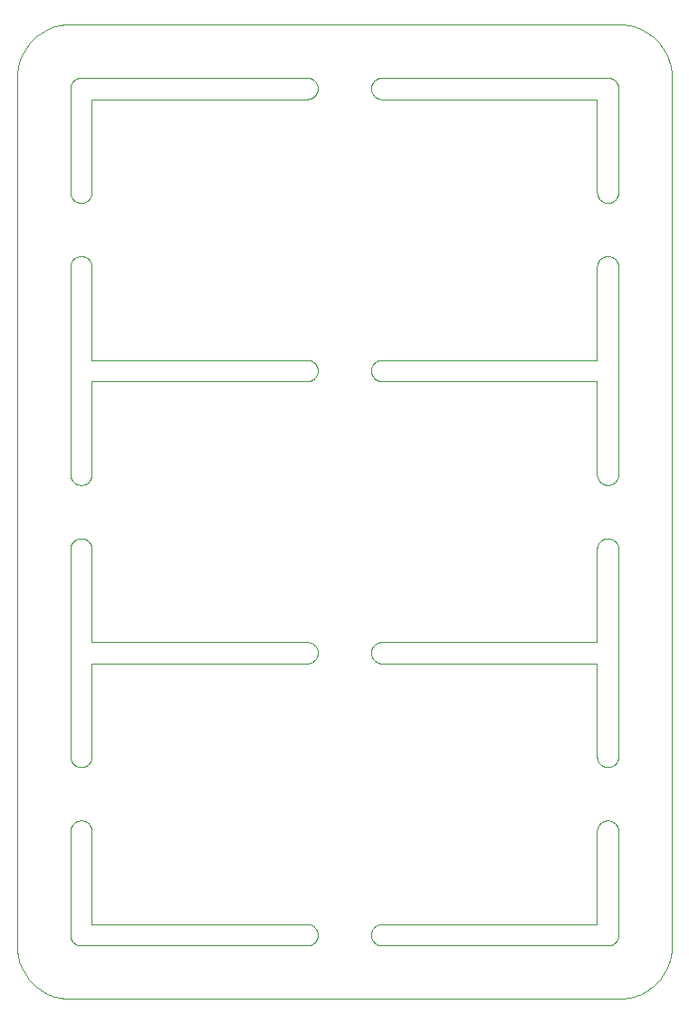
<source format=gbr>
%TF.GenerationSoftware,KiCad,Pcbnew,(6.0.11)*%
%TF.CreationDate,2023-02-22T21:13:02+09:00*%
%TF.ProjectId,panel,70616e65-6c2e-46b6-9963-61645f706362,rev?*%
%TF.SameCoordinates,Original*%
%TF.FileFunction,Profile,NP*%
%FSLAX46Y46*%
G04 Gerber Fmt 4.6, Leading zero omitted, Abs format (unit mm)*
G04 Created by KiCad (PCBNEW (6.0.11)) date 2023-02-22 21:13:02*
%MOMM*%
%LPD*%
G01*
G04 APERTURE LIST*
%TA.AperFunction,Profile*%
%ADD10C,0.100000*%
%TD*%
G04 APERTURE END LIST*
D10*
X124885863Y-79768297D02*
X124885387Y-79768416D01*
X145155262Y-77778718D02*
X145203138Y-77787025D01*
X172411966Y-36402033D02*
X172378460Y-36366841D01*
X172113169Y-104151870D02*
X172113655Y-104151798D01*
X172603039Y-68216851D02*
X172645318Y-68192900D01*
X151166847Y-26560012D02*
X151140851Y-26518960D01*
X119342507Y-109687145D02*
X119342854Y-109687492D01*
X172561987Y-62909152D02*
X172522259Y-62881173D01*
X122920631Y-88757380D02*
X122907671Y-88710549D01*
X124887318Y-77767918D02*
X124887809Y-77767942D01*
X145998804Y-78826576D02*
X145995229Y-78875036D01*
X119005637Y-21837890D02*
X118727962Y-22212291D01*
X174611811Y-111127644D02*
X174612300Y-111127596D01*
X172121870Y-77759169D02*
X172121918Y-77758681D01*
X173721740Y-68270826D02*
X173760047Y-68300721D01*
X151796861Y-51403025D02*
X151844737Y-51394718D01*
X123489144Y-106076637D02*
X123444721Y-106056946D01*
X174117229Y-68968963D02*
X174120804Y-69017423D01*
X145970328Y-78517450D02*
X145980974Y-78564861D01*
X173640960Y-36551148D02*
X173598681Y-36575099D01*
X124802637Y-42303144D02*
X124820125Y-42348480D01*
X179097596Y-24509699D02*
X179096155Y-24498017D01*
X120521376Y-20590546D02*
X120520943Y-20590777D01*
X124873229Y-68968963D02*
X124876804Y-69017423D01*
X122907671Y-68825450D02*
X122920631Y-68778619D01*
X146000000Y-105161877D02*
X145998804Y-105210576D01*
X124516047Y-41916721D02*
X124552841Y-41948460D01*
X124354681Y-94576900D02*
X124396960Y-94600851D01*
X123770963Y-94464770D02*
X123819423Y-94461195D01*
X151042631Y-52681380D02*
X151029671Y-52634549D01*
X151566721Y-77863053D02*
X151611144Y-77843362D01*
X172561987Y-41858847D02*
X172603039Y-41832851D01*
X123134460Y-42017158D02*
X123167966Y-41981966D01*
X124878559Y-104145082D02*
X124878724Y-104145544D01*
X176479056Y-110561222D02*
X176489298Y-110555420D01*
X124711152Y-36252012D02*
X124683173Y-36291740D01*
X145476681Y-106035099D02*
X145433278Y-106056946D01*
X151029671Y-52634549D02*
X151019025Y-52587138D01*
X151019025Y-52587138D02*
X151010718Y-52539262D01*
X122935874Y-42348480D02*
X122953362Y-42303144D01*
X145859148Y-51865039D02*
X145883099Y-51907318D01*
X145775278Y-105790047D02*
X145743539Y-105826841D01*
X173465519Y-68133874D02*
X173510855Y-68151362D01*
X145009877Y-106152000D02*
X123868122Y-106152000D01*
X124890027Y-27000003D02*
X124887809Y-27000057D01*
X151611144Y-106076637D02*
X151566721Y-106056946D01*
X174111281Y-25844737D02*
X174117229Y-25892963D01*
X123534480Y-68133874D02*
X123580619Y-68118631D01*
X172118840Y-51381188D02*
X172119188Y-51380840D01*
X124782946Y-95026721D02*
X124802637Y-95071144D01*
X172164631Y-62373380D02*
X172151671Y-62326549D01*
X178902647Y-107614746D02*
X178906339Y-107603569D01*
X124887318Y-51383918D02*
X124887809Y-51383942D01*
X172316826Y-62675740D02*
X172288847Y-62636012D01*
X173465519Y-41749874D02*
X173510855Y-41767362D01*
X124878081Y-53393318D02*
X124878057Y-53393809D01*
X145518960Y-77908851D02*
X145560012Y-77934847D01*
X123580619Y-106109368D02*
X123534480Y-106094125D01*
X120964472Y-20380977D02*
X120953711Y-20385747D01*
X172346721Y-68437952D02*
X172378460Y-68401158D01*
X124354681Y-89343099D02*
X124311278Y-89364946D01*
X173063423Y-41693195D02*
X173112122Y-41692000D01*
X124802637Y-95071144D02*
X124820125Y-95116480D01*
X172118097Y-27002170D02*
X172117703Y-27001878D01*
X172378460Y-94785158D02*
X172411966Y-94749966D01*
X172115544Y-104151275D02*
X172115997Y-104151087D01*
X172113169Y-51383870D02*
X172113655Y-51383798D01*
X145883099Y-105628681D02*
X145859148Y-105670960D01*
X145476681Y-51500900D02*
X145518960Y-51524851D01*
X123239952Y-105927278D02*
X123203158Y-105895539D01*
X151796861Y-25019025D02*
X151844737Y-25010718D01*
X124438012Y-89293152D02*
X124396960Y-89319148D01*
X151400259Y-53189173D02*
X151361952Y-53159278D01*
X145805173Y-52983740D02*
X145775278Y-53022047D01*
X172119188Y-51380840D02*
X172119517Y-51380477D01*
X172112681Y-51383918D02*
X172113169Y-51383870D01*
X151892963Y-26995229D02*
X151844737Y-26989281D01*
X172114612Y-77767583D02*
X172115082Y-77767440D01*
X173981148Y-36210960D02*
X173955152Y-36252012D01*
X173372549Y-94489671D02*
X173419380Y-94502631D01*
X178906339Y-107603569D02*
X178906481Y-107603100D01*
X117972272Y-107115311D02*
X117972311Y-107115554D01*
X145058576Y-79766804D02*
X145009877Y-79768000D01*
X124820125Y-36035519D02*
X124802637Y-36080855D01*
X179096122Y-24497774D02*
X179027727Y-24036688D01*
X172114136Y-51383702D02*
X172114612Y-51383583D01*
X173112122Y-36692000D02*
X173063423Y-36690804D01*
X151796861Y-106132974D02*
X151749450Y-106122328D01*
X124878003Y-77755972D02*
X124878057Y-77758190D01*
X173014963Y-68080770D02*
X173063423Y-68077195D01*
X176478623Y-110561453D02*
X176479056Y-110561222D01*
X145924637Y-52772855D02*
X145904946Y-52817278D01*
X174122000Y-25990122D02*
X174122000Y-35701877D01*
X124761099Y-94983318D02*
X124782946Y-95026721D01*
X124878057Y-51374190D02*
X124878057Y-51374190D01*
X172109727Y-79768000D02*
X151990122Y-79768000D01*
X172151671Y-42441450D02*
X172164631Y-42394619D01*
X151289966Y-105862033D02*
X151256460Y-105826841D01*
X122907671Y-88710549D02*
X122897025Y-88663138D01*
X173897278Y-25361952D02*
X173927173Y-25400259D01*
X151892963Y-51388770D02*
X151941423Y-51385195D01*
X122888718Y-88615262D02*
X122882770Y-88567036D01*
X124820125Y-42348480D02*
X124835368Y-42394619D01*
X122879195Y-35750576D02*
X122878000Y-35701877D01*
X124880170Y-77764097D02*
X124880482Y-77764477D01*
X145859148Y-52902960D02*
X145833152Y-52944012D01*
X145883099Y-52860681D02*
X145859148Y-52902960D01*
X151702619Y-79725368D02*
X151656480Y-79710125D01*
X123072826Y-62675740D02*
X123044847Y-62636012D01*
X172119829Y-79771902D02*
X172119517Y-79771522D01*
X145058576Y-106150804D02*
X145009877Y-106152000D01*
X173510855Y-106076637D02*
X173465519Y-106094125D01*
X145924637Y-78379144D02*
X145942125Y-78424480D01*
X172115997Y-79768912D02*
X172115544Y-79768724D01*
X120100113Y-20843041D02*
X120090490Y-20849818D01*
X172113655Y-79768201D02*
X172113169Y-79768129D01*
X123627450Y-68105671D02*
X123674861Y-68095025D01*
X145995229Y-25892963D02*
X145998804Y-25941423D01*
X172121918Y-79777318D02*
X172121870Y-79776830D01*
X151116900Y-25523318D02*
X151140851Y-25481039D01*
X123239952Y-36467278D02*
X123203158Y-36435539D01*
X124867281Y-95304737D02*
X124873229Y-95352963D01*
X177293583Y-21135027D02*
X177284304Y-21127785D01*
X172121583Y-53391387D02*
X172121440Y-53390917D01*
X174092328Y-42441450D02*
X174102974Y-42488861D01*
X145743539Y-53058841D02*
X145710033Y-53094033D01*
X124552841Y-89203539D02*
X124516047Y-89235278D01*
X172645318Y-36575099D02*
X172603039Y-36551148D01*
X123868122Y-89460000D02*
X123819423Y-89458804D01*
X151844737Y-104162718D02*
X151892963Y-104156770D01*
X123102721Y-68437952D02*
X123134460Y-68401158D01*
X145343519Y-26942125D02*
X145297380Y-26957368D01*
X151001195Y-52325423D02*
X151004770Y-52276963D01*
X151439987Y-53217152D02*
X151400259Y-53189173D01*
X175097151Y-111055675D02*
X175097632Y-111055580D01*
X145638047Y-25224721D02*
X145674841Y-25256460D01*
X145674841Y-53127539D02*
X145638047Y-53159278D01*
X122920631Y-35989380D02*
X122907671Y-35942549D01*
X145989281Y-104996737D02*
X145995229Y-105044963D01*
X124885387Y-27000416D02*
X124884917Y-27000559D01*
X172121798Y-53392344D02*
X172121702Y-53391863D01*
X151796861Y-104171025D02*
X151844737Y-104162718D01*
X123444721Y-41787053D02*
X123489144Y-41767362D01*
X145805173Y-51784259D02*
X145833152Y-51823987D01*
X151256460Y-105826841D02*
X151224721Y-105790047D01*
X173372549Y-36662328D02*
X173325138Y-36672974D01*
X172411966Y-94749966D02*
X172447158Y-94716460D01*
X118720768Y-108929478D02*
X118721041Y-108929886D01*
X124886344Y-79768201D02*
X124885863Y-79768297D01*
X174611811Y-20024355D02*
X174600072Y-20023489D01*
X145518960Y-79627148D02*
X145476681Y-79651099D01*
X124761099Y-88936681D02*
X124737148Y-88978960D01*
X124761099Y-62552681D02*
X124737148Y-62594960D01*
X178285528Y-22232466D02*
X178279231Y-22222521D01*
X172115082Y-79768559D02*
X172114612Y-79768416D01*
X124311278Y-62980946D02*
X124266855Y-63000637D01*
X151001195Y-78709423D02*
X151004770Y-78660963D01*
X172871450Y-36662328D02*
X172824619Y-36649368D01*
X172126770Y-35799036D02*
X172123195Y-35750576D01*
X124878129Y-53392830D02*
X124878081Y-53393318D01*
X145560012Y-25166847D02*
X145599740Y-25194826D01*
X145560012Y-51550847D02*
X145599740Y-51578826D01*
X172112190Y-51383942D02*
X172112681Y-51383918D01*
X172238900Y-88936681D02*
X172217053Y-88893278D01*
X177293963Y-110016661D02*
X177302875Y-110008973D01*
X122878000Y-62085877D02*
X122878000Y-42682122D01*
X122953362Y-25611144D02*
X122973053Y-25566721D01*
X124884002Y-27000912D02*
X124883558Y-27001122D01*
X124221519Y-36634125D02*
X124175380Y-36649368D01*
X124879122Y-104146441D02*
X124879353Y-104146874D01*
X174005099Y-42215318D02*
X174026946Y-42258721D01*
X172522259Y-94654826D02*
X172561987Y-94626847D01*
X174079368Y-88757380D02*
X174064125Y-88803519D01*
X151029671Y-78517450D02*
X151042631Y-78470619D01*
X123489144Y-25075362D02*
X123534480Y-25057874D01*
X174102974Y-68872861D02*
X174111281Y-68920737D01*
X178531222Y-22642943D02*
X178525420Y-22632701D01*
X124266855Y-41767362D02*
X124311278Y-41787053D01*
X123072826Y-25400259D02*
X123102721Y-25361952D01*
X124876804Y-95401423D02*
X124878000Y-95450122D01*
X124878201Y-79776344D02*
X124878129Y-79776830D01*
X145250549Y-104181671D02*
X145297380Y-104194631D01*
X172378460Y-42017158D02*
X172411966Y-41981966D01*
X178745446Y-23097907D02*
X178741210Y-23086926D01*
X145476681Y-77884900D02*
X145518960Y-77908851D01*
X145599740Y-25194826D02*
X145638047Y-25224721D01*
X145775278Y-104513952D02*
X145805173Y-104552259D01*
X124033262Y-36681281D02*
X123985036Y-36687229D01*
X151361952Y-104376721D02*
X151400259Y-104346826D01*
X120090291Y-110302037D02*
X120090490Y-110302181D01*
X145599740Y-105957173D02*
X145560012Y-105985152D01*
X122920631Y-62373380D02*
X122907671Y-62326549D01*
X124858974Y-35895138D02*
X124848328Y-35942549D01*
X178279231Y-108929478D02*
X178285528Y-108919533D01*
X173796841Y-89203539D02*
X173760047Y-89235278D01*
X124887809Y-53384057D02*
X124887318Y-53384081D01*
X145343519Y-53326125D02*
X145297380Y-53341368D01*
X178736150Y-23075488D02*
X178536853Y-22654110D01*
X172918861Y-41711025D02*
X172966737Y-41702718D01*
X145743539Y-78093158D02*
X145775278Y-78129952D01*
X177648620Y-109695608D02*
X177657145Y-109687492D01*
X119706036Y-110016661D02*
X119706416Y-110016972D01*
X123627450Y-36662328D02*
X123580619Y-36649368D01*
X124588033Y-89170033D02*
X124552841Y-89203539D01*
X124882704Y-27001605D02*
X124882296Y-27001878D01*
X151400259Y-77962826D02*
X151439987Y-77934847D01*
X124890027Y-79768003D02*
X124887809Y-79768057D01*
X124221519Y-41749874D02*
X124266855Y-41767362D01*
X178736252Y-23075711D02*
X178736150Y-23075488D01*
X173325138Y-94479025D02*
X173372549Y-94489671D01*
X172120877Y-51378441D02*
X172121087Y-51377997D01*
X173796841Y-25256460D02*
X173832033Y-25289966D01*
X173325138Y-63056974D02*
X173277262Y-63065281D01*
X124737148Y-68557039D02*
X124761099Y-68599318D01*
X151749450Y-106122328D02*
X151702619Y-106109368D01*
X151990122Y-79768000D02*
X151941423Y-79766804D01*
X174600072Y-111128510D02*
X174611811Y-111127644D01*
X145009877Y-104152000D02*
X145058576Y-104153195D01*
X151523318Y-25116900D02*
X151566721Y-25095053D01*
X145710033Y-78057966D02*
X145743539Y-78093158D01*
X172824619Y-94502631D02*
X172871450Y-94489671D01*
X177994214Y-109314304D02*
X177994362Y-109314109D01*
X172115544Y-53384724D02*
X172115082Y-53384559D01*
X173927173Y-25400259D02*
X173955152Y-25439987D01*
X173760047Y-105927278D02*
X173721740Y-105957173D01*
X174109972Y-20000003D02*
X174109727Y-20000000D01*
X173180576Y-89458804D02*
X173131877Y-89460000D01*
X145388855Y-104227362D02*
X145433278Y-104247053D01*
X178745532Y-108053862D02*
X178902567Y-107614978D01*
X123278259Y-41886826D02*
X123317987Y-41858847D01*
X145155262Y-53373281D02*
X145107036Y-53379229D01*
X145250549Y-79738328D02*
X145203138Y-79748974D01*
X174064125Y-36035519D02*
X174046637Y-36080855D01*
X173112122Y-89460000D02*
X173063423Y-89458804D01*
X173721740Y-25194826D02*
X173760047Y-25224721D01*
X145250549Y-26970328D02*
X145203138Y-26980974D01*
X151075362Y-26388855D02*
X151057874Y-26343519D01*
X173981148Y-94941039D02*
X174005099Y-94983318D01*
X145297380Y-25042631D02*
X145343519Y-25057874D01*
X151325158Y-105895539D02*
X151289966Y-105862033D01*
X145599740Y-26805173D02*
X145560012Y-26833152D01*
X120110466Y-110315528D02*
X120110675Y-110315657D01*
X172871450Y-68105671D02*
X172918861Y-68095025D01*
X151001195Y-105093423D02*
X151004770Y-105044963D01*
X123819423Y-68077195D02*
X123868122Y-68076000D01*
X123887877Y-89460000D02*
X123868122Y-89460000D01*
X124221519Y-94517874D02*
X124266855Y-94535362D01*
X117878593Y-24987987D02*
X117878003Y-25012027D01*
X172121087Y-51377997D02*
X172121275Y-51377544D01*
X123239952Y-94684721D02*
X123278259Y-94654826D01*
X172121798Y-79776344D02*
X172121702Y-79775863D01*
X124848328Y-62326549D02*
X124835368Y-62373380D01*
X118093660Y-107603569D02*
X118097352Y-107614746D01*
X145970328Y-104901450D02*
X145980974Y-104948861D01*
X151892963Y-53379229D02*
X151844737Y-53373281D01*
X123722737Y-68086718D02*
X123770963Y-68080770D01*
X145674841Y-79511539D02*
X145638047Y-79543278D01*
X174122000Y-42682122D02*
X174122000Y-62085877D01*
X175561756Y-110939621D02*
X175573100Y-110936481D01*
X145058576Y-51385195D02*
X145107036Y-51388770D01*
X172447158Y-94716460D02*
X172483952Y-94684721D01*
X151019025Y-25796861D02*
X151029671Y-25749450D01*
X122882770Y-42584963D02*
X122888718Y-42536737D01*
X124879605Y-79772704D02*
X124879353Y-79773125D01*
X178902647Y-23537253D02*
X178902567Y-23537021D01*
X174624225Y-20025877D02*
X174623982Y-20025844D01*
X151566721Y-53288946D02*
X151523318Y-53267099D01*
X172119188Y-104148840D02*
X172119517Y-104148477D01*
X145775278Y-25361952D02*
X145805173Y-25400259D01*
X124884917Y-51383440D02*
X124885387Y-51383583D01*
X119351559Y-21456224D02*
X119351379Y-21456391D01*
X124266855Y-89384637D02*
X124221519Y-89402125D01*
X119697124Y-110008973D02*
X119706036Y-110016661D01*
X145058576Y-26998804D02*
X145009877Y-27000000D01*
X124878057Y-77758190D02*
X124878057Y-77758190D01*
X122973053Y-88893278D02*
X122953362Y-88848855D01*
X119013338Y-21828036D02*
X119013027Y-21828416D01*
X145599740Y-51578826D02*
X145638047Y-51608721D01*
X124878724Y-79774455D02*
X124878559Y-79774917D01*
X173277262Y-63065281D02*
X173229036Y-63071229D01*
X151166847Y-105712012D02*
X151140851Y-105670960D01*
X145107036Y-104156770D02*
X145155262Y-104162718D01*
X146000000Y-105142122D02*
X146000000Y-105161877D01*
X145058576Y-25001195D02*
X145107036Y-25004770D01*
X151400259Y-51578826D02*
X151439987Y-51550847D01*
X173865539Y-42017158D02*
X173897278Y-42053952D01*
X124883558Y-77766877D02*
X124884002Y-77767087D01*
X172378460Y-68401158D02*
X172411966Y-68365966D01*
X119715695Y-21127785D02*
X119706416Y-21135027D01*
X172122000Y-27012272D02*
X172121996Y-27012027D01*
X123489144Y-63000637D02*
X123444721Y-62980946D01*
X172141025Y-35895138D02*
X172132718Y-35847262D01*
X151325158Y-79511539D02*
X151289966Y-79478033D01*
X145859148Y-78249039D02*
X145883099Y-78291318D01*
X172179874Y-68732480D02*
X172197362Y-68687144D01*
X124881522Y-77765517D02*
X124881902Y-77765829D01*
X179098510Y-24521927D02*
X179097644Y-24510188D01*
X124761099Y-68599318D02*
X124782946Y-68642721D01*
X145560012Y-53217152D02*
X145518960Y-53243148D01*
X123868122Y-41692000D02*
X123887877Y-41692000D01*
X123018851Y-25481039D02*
X123044847Y-25439987D01*
X124858974Y-68872861D02*
X124867281Y-68920737D01*
X151000000Y-52393877D02*
X151000000Y-52374122D01*
X174102974Y-35895138D02*
X174092328Y-35942549D01*
X119697124Y-21143026D02*
X119696940Y-21143189D01*
X174046637Y-88848855D02*
X174026946Y-88893278D01*
X172121087Y-104145997D02*
X172121275Y-104145544D01*
X172238900Y-36168681D02*
X172217053Y-36125278D01*
X173897278Y-105790047D02*
X173865539Y-105826841D01*
X151166847Y-25439987D02*
X151194826Y-25400259D01*
X151702619Y-106109368D02*
X151656480Y-106094125D01*
X123102721Y-25361952D02*
X123134460Y-25325158D01*
X123317987Y-41858847D02*
X123359039Y-41832851D01*
X178525297Y-22632489D02*
X178285657Y-22232675D01*
X122399927Y-20023489D02*
X122388188Y-20024355D01*
X124621539Y-62750841D02*
X124588033Y-62786033D01*
X151289966Y-104441966D02*
X151325158Y-104408460D01*
X151010718Y-52539262D02*
X151004770Y-52491036D01*
X124711152Y-94899987D02*
X124737148Y-94941039D01*
X151075362Y-79156855D02*
X151057874Y-79111519D01*
X117974419Y-24024367D02*
X117974324Y-24024848D01*
X173981148Y-62594960D02*
X173955152Y-62636012D01*
X172151671Y-88710549D02*
X172141025Y-88663138D01*
X151523318Y-79651099D02*
X151481039Y-79627148D01*
X124879353Y-104146874D02*
X124879605Y-104147295D01*
X146000000Y-52374122D02*
X146000000Y-52393877D01*
X145995229Y-52491036D02*
X145989281Y-52539262D01*
X172871450Y-41721671D02*
X172918861Y-41711025D01*
X151140851Y-52902960D02*
X151116900Y-52860681D01*
X123868122Y-106152000D02*
X123868122Y-106152000D01*
X124128549Y-89430328D02*
X124081138Y-89440974D01*
X172179874Y-62419519D02*
X172164631Y-62373380D01*
X124878129Y-51375169D02*
X124878201Y-51375655D01*
X177302875Y-110008973D02*
X177303059Y-110008810D01*
X151010718Y-52228737D02*
X151019025Y-52180861D01*
X172118840Y-77765188D02*
X172119188Y-77764840D01*
X172126770Y-88567036D02*
X172123195Y-88518576D01*
X172115997Y-51383087D02*
X172116441Y-51382877D01*
X122994900Y-105628681D02*
X122973053Y-105585278D01*
X172378460Y-89134841D02*
X172346721Y-89098047D01*
X173682012Y-94626847D02*
X173721740Y-94654826D01*
X176909509Y-20849818D02*
X176899886Y-20843041D01*
X123134460Y-36366841D02*
X123102721Y-36330047D01*
X172164631Y-68778619D02*
X172179874Y-68732480D01*
X172118097Y-77765829D02*
X172118477Y-77765517D01*
X151400259Y-79573173D02*
X151361952Y-79543278D01*
X145388855Y-77843362D02*
X145433278Y-77863053D01*
X151140851Y-104633039D02*
X151166847Y-104591987D01*
X172316826Y-42092259D02*
X172346721Y-42053952D01*
X176467889Y-20585146D02*
X176046511Y-20385849D01*
X146000000Y-78777877D02*
X145998804Y-78826576D01*
X172115997Y-27000912D02*
X172115544Y-27000724D01*
X145343519Y-106094125D02*
X145297380Y-106109368D01*
X124879878Y-53388296D02*
X124879605Y-53388704D01*
X173927173Y-89059740D02*
X173897278Y-89098047D01*
X173682012Y-25166847D02*
X173721740Y-25194826D01*
X178909683Y-23560481D02*
X178909621Y-23560243D01*
X172122000Y-104139727D02*
X172122000Y-95450122D01*
X124878000Y-27012272D02*
X124878000Y-35701877D01*
X123134460Y-89134841D02*
X123102721Y-89098047D01*
X124881522Y-104149517D02*
X124881902Y-104149829D01*
X173796841Y-94716460D02*
X173832033Y-94749966D01*
X173682012Y-36525152D02*
X173640960Y-36551148D01*
X151892963Y-106147229D02*
X151844737Y-106141281D01*
X121438243Y-20212378D02*
X121426899Y-20215518D01*
X145980974Y-104948861D02*
X145989281Y-104996737D01*
X173419380Y-63033368D02*
X173372549Y-63046328D01*
X145995229Y-26107036D02*
X145989281Y-26155262D01*
X172118840Y-53386811D02*
X172118477Y-53386482D01*
X145674841Y-25256460D02*
X145710033Y-25289966D01*
X120510489Y-110555297D02*
X120510701Y-110555420D01*
X124881159Y-53386811D02*
X124880811Y-53387159D01*
X124878559Y-53390917D02*
X124878416Y-53391387D01*
X151892963Y-79763229D02*
X151844737Y-79757281D01*
X176899886Y-110308958D02*
X176909509Y-110302181D01*
X179122000Y-106139727D02*
X179122000Y-25012272D01*
X145904946Y-26433278D02*
X145883099Y-26476681D01*
X173897278Y-42053952D02*
X173927173Y-42092259D01*
X172688721Y-62980946D02*
X172645318Y-62959099D01*
X172733144Y-41767362D02*
X172778480Y-41749874D01*
X172121275Y-104145544D02*
X172121440Y-104145082D01*
X151361952Y-51608721D02*
X151400259Y-51578826D01*
X172733144Y-89384637D02*
X172688721Y-89364946D01*
X124873229Y-95352963D02*
X124876804Y-95401423D01*
X124881159Y-27002811D02*
X124880811Y-27003159D01*
X122376017Y-20025844D02*
X122375774Y-20025877D01*
X172122000Y-35701877D02*
X172122000Y-27012272D01*
X172645318Y-41808900D02*
X172688721Y-41787053D01*
X122897025Y-42488861D02*
X122907671Y-42441450D01*
X124438012Y-68242847D02*
X124477740Y-68270826D01*
X123278259Y-105957173D02*
X123239952Y-105927278D01*
X172262851Y-42173039D02*
X172288847Y-42131987D01*
X173014963Y-63071229D02*
X172966737Y-63065281D01*
X172316826Y-94860259D02*
X172346721Y-94821952D01*
X174102974Y-25796861D02*
X174111281Y-25844737D01*
X151010718Y-78923262D02*
X151004770Y-78875036D01*
X124175380Y-41734631D02*
X124221519Y-41749874D01*
X151289966Y-53094033D02*
X151256460Y-53058841D01*
X174120804Y-88518576D02*
X174117229Y-88567036D01*
X173510855Y-94535362D02*
X173555278Y-94555053D01*
X172179874Y-36035519D02*
X172164631Y-35989380D01*
X124033262Y-68086718D02*
X124081138Y-68095025D01*
X172118840Y-104149188D02*
X172119188Y-104148840D01*
X172115997Y-104151087D02*
X172116441Y-104150877D01*
X173721740Y-62881173D02*
X173682012Y-62909152D01*
X119342854Y-21464507D02*
X119342507Y-21464854D01*
X123044847Y-68515987D02*
X123072826Y-68476259D01*
X145203138Y-106132974D02*
X145155262Y-106141281D01*
X178536745Y-22653889D02*
X178531453Y-22643376D01*
X119715890Y-110024362D02*
X120090291Y-110302037D01*
X145989281Y-52539262D02*
X145980974Y-52587138D01*
X172217053Y-42258721D02*
X172238900Y-42215318D01*
X174046637Y-95071144D02*
X174064125Y-95116480D01*
X123401318Y-106035099D02*
X123359039Y-106011148D01*
X124884002Y-104151087D02*
X124884455Y-104151275D01*
X123444721Y-25095053D02*
X123489144Y-25075362D01*
X124867281Y-35847262D02*
X124858974Y-35895138D01*
X145433278Y-79672946D02*
X145388855Y-79692637D01*
X173640960Y-94600851D02*
X173682012Y-94626847D01*
X145942125Y-25656480D02*
X145957368Y-25702619D01*
X145743539Y-25325158D02*
X145775278Y-25361952D01*
X123072826Y-89059740D02*
X123044847Y-89020012D01*
X172121440Y-53390917D02*
X172121275Y-53390455D01*
X145638047Y-51608721D02*
X145674841Y-51640460D01*
X172114136Y-79768297D02*
X172113655Y-79768201D01*
X122878000Y-69066122D02*
X122879195Y-69017423D01*
X173325138Y-89440974D02*
X173277262Y-89449281D01*
X175561518Y-20212316D02*
X175109356Y-20099055D01*
X174623982Y-20025844D02*
X174612300Y-20024403D01*
X124878559Y-77761082D02*
X124878724Y-77761544D01*
X172122000Y-69066122D02*
X172123195Y-69017423D01*
X123444721Y-36596946D02*
X123401318Y-36575099D01*
X122882770Y-35799036D02*
X122879195Y-35750576D01*
X119334391Y-109678620D02*
X119342507Y-109687145D01*
X124621539Y-68401158D02*
X124653278Y-68437952D01*
X123936576Y-68077195D02*
X123985036Y-68080770D01*
X151256460Y-104477158D02*
X151289966Y-104441966D01*
X179023001Y-107139117D02*
X179025580Y-107127632D01*
X172118097Y-51381829D02*
X172118477Y-51381517D01*
X173277262Y-36681281D02*
X173229036Y-36687229D01*
X122375774Y-20025877D02*
X121914688Y-20094272D01*
X172561987Y-94626847D02*
X172603039Y-94600851D01*
X151361952Y-77992721D02*
X151400259Y-77962826D01*
X145107036Y-25004770D02*
X145155262Y-25010718D01*
X124881159Y-51381188D02*
X124881522Y-51381517D01*
X172151671Y-95209450D02*
X172164631Y-95162619D01*
X123819423Y-63074804D02*
X123770963Y-63071229D01*
X172603039Y-41832851D02*
X172645318Y-41808900D01*
X174111281Y-95304737D02*
X174117229Y-95352963D01*
X124878129Y-27008830D02*
X124878081Y-27009318D01*
X173510855Y-41767362D02*
X173555278Y-41787053D01*
X151611144Y-77843362D02*
X151656480Y-77825874D01*
X118468546Y-22643376D02*
X118463254Y-22653889D01*
X124266855Y-36616637D02*
X124221519Y-36634125D01*
X145674841Y-105895539D02*
X145638047Y-105927278D01*
X177648440Y-109695775D02*
X177648620Y-109695608D01*
X176023862Y-20376467D02*
X175584978Y-20219432D01*
X145995229Y-78660963D02*
X145998804Y-78709423D01*
X124886830Y-77767870D02*
X124887318Y-77767918D01*
X123359039Y-106011148D02*
X123317987Y-105985152D01*
X124128549Y-63046328D02*
X124081138Y-63056974D01*
X122882770Y-88567036D02*
X122879195Y-88518576D01*
X151656480Y-26942125D02*
X151611144Y-26924637D01*
X124878201Y-53392344D02*
X124878129Y-53392830D01*
X172688721Y-68171053D02*
X172733144Y-68151362D01*
X124175380Y-89417368D02*
X124128549Y-89430328D01*
X172197362Y-68687144D02*
X172217053Y-68642721D01*
X172109972Y-77767996D02*
X172112190Y-77767942D01*
X151749450Y-51413671D02*
X151796861Y-51403025D01*
X145297380Y-104194631D02*
X145343519Y-104209874D01*
X122907671Y-35942549D02*
X122897025Y-35895138D01*
X178909621Y-107591756D02*
X178909683Y-107591518D01*
X123534480Y-63018125D02*
X123489144Y-63000637D01*
X120510701Y-110555420D02*
X120520943Y-110561222D01*
X173721740Y-105957173D02*
X173682012Y-105985152D01*
X172118477Y-53386482D02*
X172118097Y-53386170D01*
X172121583Y-79775387D02*
X172121440Y-79774917D01*
X178525420Y-22632701D02*
X178525297Y-22632489D01*
X124848328Y-35942549D02*
X124835368Y-35989380D01*
X123317987Y-94626847D02*
X123359039Y-94600851D01*
X123278259Y-62881173D02*
X123239952Y-62851278D01*
X172120877Y-27005558D02*
X172120646Y-27005125D01*
X124848328Y-68825450D02*
X124858974Y-68872861D01*
X173721740Y-36497173D02*
X173682012Y-36525152D01*
X124884002Y-53384912D02*
X124883558Y-53385122D01*
X120976137Y-110775532D02*
X121415021Y-110932567D01*
X172411966Y-68365966D02*
X172447158Y-68332460D01*
X123203158Y-94716460D02*
X123239952Y-94684721D01*
X151361952Y-25224721D02*
X151400259Y-25194826D01*
X174102974Y-42488861D02*
X174111281Y-42536737D01*
X172966737Y-63065281D02*
X172918861Y-63056974D01*
X151000000Y-105161877D02*
X151000000Y-105142122D01*
X173465519Y-36634125D02*
X173419380Y-36649368D01*
X123018851Y-68557039D02*
X123044847Y-68515987D01*
X145833152Y-104591987D02*
X145859148Y-104633039D01*
X174046637Y-62464855D02*
X174026946Y-62509278D01*
X123278259Y-89265173D02*
X123239952Y-89235278D01*
X124782946Y-88893278D02*
X124761099Y-88936681D01*
X173865539Y-36366841D02*
X173832033Y-36402033D01*
X122907671Y-105402549D02*
X122897025Y-105355138D01*
X172918861Y-36672974D02*
X172871450Y-36662328D01*
X145297380Y-77810631D02*
X145343519Y-77825874D01*
X172109972Y-104151996D02*
X172112190Y-104151942D01*
X172114136Y-53384297D02*
X172113655Y-53384201D01*
X179027688Y-107115554D02*
X179027727Y-107115311D01*
X122388188Y-111127644D02*
X122399927Y-111128510D01*
X172120646Y-104146874D02*
X172120877Y-104146441D01*
X145833152Y-52944012D02*
X145805173Y-52983740D01*
X124266855Y-63000637D02*
X124221519Y-63018125D01*
X172116441Y-104150877D02*
X172116874Y-104150646D01*
X123985036Y-94464770D02*
X124033262Y-94470718D01*
X123936576Y-94461195D02*
X123985036Y-94464770D01*
X178531453Y-108508623D02*
X178536745Y-108498110D01*
X119005785Y-109314304D02*
X119013027Y-109323583D01*
X151892963Y-25004770D02*
X151941423Y-25001195D01*
X145203138Y-104171025D02*
X145250549Y-104181671D01*
X151611144Y-104227362D02*
X151656480Y-104209874D01*
X173760047Y-94684721D02*
X173796841Y-94716460D01*
X124883125Y-77766646D02*
X124883558Y-77766877D01*
X124885863Y-51383702D02*
X124886344Y-51383798D01*
X151004770Y-52491036D02*
X151001195Y-52442576D01*
X179023001Y-24012882D02*
X179023001Y-24012882D01*
X119706416Y-21135027D02*
X119706036Y-21135338D01*
X172217053Y-68642721D02*
X172238900Y-68599318D01*
X122890272Y-111152000D02*
X174109727Y-111152000D01*
X124878000Y-95450122D02*
X124878000Y-104139727D01*
X124887809Y-79768057D02*
X124887318Y-79768081D01*
X123674861Y-36672974D02*
X123627450Y-36662328D01*
X124883125Y-53385353D02*
X124882704Y-53385605D01*
X122907671Y-62326549D02*
X122897025Y-62279138D01*
X173832033Y-68365966D02*
X173865539Y-68401158D01*
X151439987Y-105985152D02*
X151400259Y-105957173D01*
X145476681Y-104268900D02*
X145518960Y-104292851D01*
X145710033Y-79478033D02*
X145674841Y-79511539D01*
X173760047Y-36467278D02*
X173721740Y-36497173D01*
X172121996Y-79780027D02*
X172121942Y-79777809D01*
X124396960Y-62935148D02*
X124354681Y-62959099D01*
X124890272Y-51384000D02*
X145009877Y-51384000D01*
X122865987Y-111151406D02*
X122890027Y-111151996D01*
X123359039Y-68216851D02*
X123401318Y-68192900D01*
X145743539Y-104477158D02*
X145775278Y-104513952D01*
X173955152Y-25439987D02*
X173981148Y-25481039D01*
X151702619Y-51426631D02*
X151749450Y-51413671D01*
X124737148Y-88978960D02*
X124711152Y-89020012D01*
X172112681Y-79768081D02*
X172112190Y-79768057D01*
X151656480Y-104209874D02*
X151702619Y-104194631D01*
X172115997Y-77767087D02*
X172116441Y-77766877D01*
X124879353Y-27005125D02*
X124879122Y-27005558D01*
X145995229Y-78875036D02*
X145989281Y-78923262D01*
X124848328Y-88710549D02*
X124835368Y-88757380D01*
X145970328Y-52133450D02*
X145980974Y-52180861D01*
X119342507Y-21464854D02*
X119334391Y-21473379D01*
X124879353Y-53389125D02*
X124879122Y-53389558D01*
X145476681Y-25116900D02*
X145518960Y-25140851D01*
X172116874Y-51382646D02*
X172117295Y-51382394D01*
X124266855Y-94535362D02*
X124311278Y-94555053D01*
X124081138Y-94479025D02*
X124128549Y-94489671D01*
X151116900Y-78291318D02*
X151140851Y-78249039D01*
X124878724Y-51377544D02*
X124878912Y-51377997D01*
X177657492Y-109687145D02*
X177665608Y-109678620D01*
X151361952Y-105927278D02*
X151325158Y-105895539D01*
X174623982Y-111126155D02*
X174624225Y-111126122D01*
X124878912Y-51377997D02*
X124879122Y-51378441D01*
X172733144Y-68151362D02*
X172778480Y-68133874D01*
X151166847Y-79328012D02*
X151140851Y-79286960D01*
X145203138Y-26980974D02*
X145155262Y-26989281D01*
X122376017Y-111126155D02*
X122387699Y-111127596D01*
X121426899Y-110936481D02*
X121438243Y-110939621D01*
X172164631Y-42394619D02*
X172179874Y-42348480D01*
X118093518Y-107603100D02*
X118093660Y-107603569D01*
X172121798Y-51375655D02*
X172121870Y-51375169D01*
X124033262Y-94470718D02*
X124081138Y-94479025D01*
X176489298Y-20596579D02*
X176479056Y-20590777D01*
X145883099Y-25523318D02*
X145904946Y-25566721D01*
X118090378Y-23560243D02*
X118090316Y-23560481D01*
X124221519Y-63018125D02*
X124175380Y-63033368D01*
X145297380Y-53341368D02*
X145250549Y-53354328D01*
X173063423Y-36690804D02*
X173014963Y-36687229D01*
X145904946Y-104718721D02*
X145924637Y-104763144D01*
X173510855Y-89384637D02*
X173465519Y-89402125D01*
X173955152Y-62636012D02*
X173927173Y-62675740D01*
X172109727Y-53384000D02*
X151990122Y-53384000D01*
X151095053Y-26433278D02*
X151075362Y-26388855D01*
X145859148Y-26518960D02*
X145833152Y-26560012D01*
X124887318Y-104151918D02*
X124887809Y-104151942D01*
X122879195Y-25941423D02*
X122882770Y-25892963D01*
X173112122Y-41692000D02*
X173131877Y-41692000D01*
X173419380Y-68118631D02*
X173465519Y-68133874D01*
X172121798Y-77759655D02*
X172121870Y-77759169D01*
X151523318Y-26883099D02*
X151481039Y-26859148D01*
X151256460Y-26674841D02*
X151224721Y-26638047D01*
X123580619Y-68118631D02*
X123627450Y-68105671D01*
X123770963Y-63071229D02*
X123722737Y-63065281D01*
X175109356Y-20099055D02*
X175109117Y-20098998D01*
X177293963Y-21135338D02*
X177293583Y-21135027D01*
X118474579Y-108519298D02*
X118474702Y-108519510D01*
X123044847Y-62636012D02*
X123018851Y-62594960D01*
X178741022Y-108065527D02*
X178741210Y-108065073D01*
X121438481Y-20212316D02*
X121438243Y-20212378D01*
X145058576Y-77769195D02*
X145107036Y-77772770D01*
X122879195Y-62134576D02*
X122878000Y-62085877D01*
X118254553Y-108054092D02*
X118258789Y-108065073D01*
X173229036Y-89455229D02*
X173180576Y-89458804D01*
X179121406Y-106164012D02*
X179121996Y-106139972D01*
X124878000Y-104139727D02*
X124878003Y-104139972D01*
X151400259Y-26805173D02*
X151361952Y-26775278D01*
X174600072Y-20023489D02*
X174599828Y-20023474D01*
X117901489Y-24521927D02*
X117901474Y-24522171D01*
X124858974Y-62279138D02*
X124848328Y-62326549D01*
X120110675Y-110315657D02*
X120510489Y-110555297D01*
X151194826Y-78168259D02*
X151224721Y-78129952D01*
X123868122Y-68076000D02*
X123887877Y-68076000D01*
X145433278Y-26904946D02*
X145388855Y-26924637D01*
X145476681Y-79651099D02*
X145433278Y-79672946D01*
X118263849Y-23075488D02*
X118263747Y-23075711D01*
X175584746Y-20219352D02*
X175573569Y-20215660D01*
X124881902Y-77765829D02*
X124882296Y-77766121D01*
X124880170Y-51380097D02*
X124880482Y-51380477D01*
X145833152Y-78207987D02*
X145859148Y-78249039D01*
X172688721Y-41787053D02*
X172733144Y-41767362D01*
X174117229Y-62183036D02*
X174111281Y-62231262D01*
X173014963Y-94464770D02*
X173063423Y-94461195D01*
X121415253Y-110932647D02*
X121426430Y-110936339D01*
X172217053Y-62509278D02*
X172197362Y-62464855D01*
X173277262Y-94470718D02*
X173325138Y-94479025D01*
X172316826Y-89059740D02*
X172288847Y-89020012D01*
X124878416Y-51376612D02*
X124878559Y-51377082D01*
X123819423Y-25001195D02*
X123868122Y-25000000D01*
X123489144Y-68151362D02*
X123534480Y-68133874D01*
X151990122Y-25000000D02*
X173131877Y-25000000D01*
X172121942Y-104142190D02*
X172121996Y-104139972D01*
X124878297Y-27007863D02*
X124878201Y-27008344D01*
X124879122Y-51378441D02*
X124879353Y-51378874D01*
X173760047Y-25224721D02*
X173796841Y-25256460D01*
X117901474Y-24522171D02*
X117878602Y-24987742D01*
X151000000Y-78758122D02*
X151001195Y-78709423D01*
X172120646Y-51378874D02*
X172120877Y-51378441D01*
X174026946Y-105585278D02*
X174005099Y-105628681D01*
X145970328Y-26250549D02*
X145957368Y-26297380D01*
X123134460Y-62750841D02*
X123102721Y-62714047D01*
X177986661Y-21828036D02*
X177978973Y-21819124D01*
X124477740Y-41886826D02*
X124516047Y-41916721D01*
X124516047Y-36467278D02*
X124477740Y-36497173D01*
X176024092Y-20376553D02*
X176023862Y-20376467D01*
X172217053Y-88893278D02*
X172197362Y-88848855D01*
X173325138Y-36672974D02*
X173277262Y-36681281D01*
X145805173Y-104552259D02*
X145833152Y-104591987D01*
X145476681Y-26883099D02*
X145433278Y-26904946D01*
X122973053Y-95026721D02*
X122994900Y-94983318D01*
X145883099Y-104675318D02*
X145904946Y-104718721D01*
X124873229Y-88567036D02*
X124867281Y-88615262D01*
X151611144Y-26924637D02*
X151566721Y-26904946D01*
X172121087Y-79774002D02*
X172120877Y-79773558D01*
X124858974Y-95256861D02*
X124867281Y-95304737D01*
X120964472Y-110771022D02*
X120964926Y-110771210D01*
X123102721Y-62714047D02*
X123072826Y-62675740D01*
X178906481Y-23548899D02*
X178906339Y-23548430D01*
X172288847Y-62636012D02*
X172262851Y-62594960D01*
X172114612Y-79768416D02*
X172114136Y-79768297D01*
X173682012Y-105985152D02*
X173640960Y-106011148D01*
X123770963Y-68080770D02*
X123819423Y-68077195D01*
X124878081Y-79777318D02*
X124878057Y-79777809D01*
X172112190Y-53384057D02*
X172109972Y-53384003D01*
X173598681Y-36575099D02*
X173555278Y-36596946D01*
X119351559Y-109695775D02*
X119696940Y-110008810D01*
X124438012Y-36525152D02*
X124396960Y-36551148D01*
X118097432Y-107614978D02*
X118254467Y-108053862D01*
X123985036Y-63071229D02*
X123936576Y-63074804D01*
X151656480Y-25057874D02*
X151702619Y-25042631D01*
X174111281Y-105307262D02*
X174102974Y-105355138D01*
X124878129Y-77759169D02*
X124878201Y-77759655D01*
X151000000Y-25990122D02*
X151001195Y-25941423D01*
X122920631Y-68778619D02*
X122935874Y-68732480D01*
X124884917Y-104151440D02*
X124885387Y-104151583D01*
X151224721Y-53022047D02*
X151194826Y-52983740D01*
X172122000Y-51371727D02*
X172122000Y-42682122D01*
X172871450Y-89430328D02*
X172824619Y-89417368D01*
X173598681Y-89343099D02*
X173555278Y-89364946D01*
X124885863Y-53384297D02*
X124885387Y-53384416D01*
X172121702Y-27007863D02*
X172121583Y-27007387D01*
X145805173Y-78168259D02*
X145833152Y-78207987D01*
X122953362Y-36080855D02*
X122935874Y-36035519D01*
X145343519Y-77825874D02*
X145388855Y-77843362D01*
X151844737Y-77778718D02*
X151892963Y-77772770D01*
X173927173Y-68476259D02*
X173955152Y-68515987D01*
X124516047Y-62851278D02*
X124477740Y-62881173D01*
X123770963Y-89455229D02*
X123722737Y-89449281D01*
X124835368Y-42394619D02*
X124848328Y-42441450D01*
X119696940Y-21143189D02*
X119351559Y-21456224D01*
X123167966Y-41981966D02*
X123203158Y-41948460D01*
X173419380Y-94502631D02*
X173465519Y-94517874D01*
X117974324Y-24024848D02*
X117972311Y-24036445D01*
X151844737Y-53373281D02*
X151796861Y-53364974D01*
X173682012Y-68242847D02*
X173721740Y-68270826D01*
X145775278Y-51745952D02*
X145805173Y-51784259D01*
X124516047Y-68300721D02*
X124552841Y-68332460D01*
X117878003Y-25012027D02*
X117878000Y-25012272D01*
X124782946Y-36125278D02*
X124761099Y-36168681D01*
X172483952Y-94684721D02*
X172522259Y-94654826D01*
X145433278Y-53288946D02*
X145388855Y-53308637D01*
X174111281Y-35847262D02*
X174102974Y-35895138D01*
X172151671Y-35942549D02*
X172141025Y-35895138D01*
X151941423Y-106150804D02*
X151892963Y-106147229D01*
X124878000Y-62085877D02*
X124876804Y-62134576D01*
X124880170Y-104148097D02*
X124880482Y-104148477D01*
X172483952Y-41916721D02*
X172522259Y-41886826D01*
X172119829Y-51380097D02*
X172120121Y-51379703D01*
X173598681Y-94576900D02*
X173640960Y-94600851D01*
X173372549Y-41721671D02*
X173419380Y-41734631D01*
X124881522Y-79770482D02*
X124881159Y-79770811D01*
X145942125Y-79111519D02*
X145924637Y-79156855D01*
X176035527Y-110771022D02*
X176046288Y-110766252D01*
X124588033Y-62786033D02*
X124552841Y-62819539D01*
X145980974Y-26203138D02*
X145970328Y-26250549D01*
X151057874Y-52040480D02*
X151075362Y-51995144D01*
X145980974Y-105355138D02*
X145970328Y-105402549D01*
X121426430Y-110936339D02*
X121426899Y-110936481D01*
X178536745Y-108498110D02*
X178536853Y-108497889D01*
X177994362Y-21837890D02*
X177994214Y-21837695D01*
X122878000Y-42682122D02*
X122879195Y-42633423D01*
X120531889Y-110566745D02*
X120532110Y-110566853D01*
X172119829Y-53387902D02*
X172119517Y-53387522D01*
X124876804Y-88518576D02*
X124873229Y-88567036D01*
X117972311Y-107115554D02*
X117974324Y-107127151D01*
X120532110Y-110566853D02*
X120953488Y-110766150D01*
X173555278Y-25095053D02*
X173598681Y-25116900D01*
X172126770Y-62183036D02*
X172123195Y-62134576D01*
X173372549Y-63046328D02*
X173325138Y-63056974D01*
X151892963Y-104156770D02*
X151941423Y-104153195D01*
X174026946Y-68642721D02*
X174046637Y-68687144D01*
X124878081Y-51374681D02*
X124878129Y-51375169D01*
X124858974Y-42488861D02*
X124867281Y-42536737D01*
X145743539Y-51709158D02*
X145775278Y-51745952D01*
X174120804Y-35750576D02*
X174117229Y-35799036D01*
X120520943Y-110561222D02*
X120521376Y-110561453D01*
X124887809Y-27000057D02*
X124887318Y-27000081D01*
X151481039Y-25140851D02*
X151523318Y-25116900D01*
X124880482Y-104148477D02*
X124880811Y-104148840D01*
X123359039Y-41832851D02*
X123401318Y-41808900D01*
X151116900Y-79244681D02*
X151095053Y-79201278D01*
X118474702Y-22632489D02*
X118474579Y-22632701D01*
X174079368Y-35989380D02*
X174064125Y-36035519D01*
X122935874Y-62419519D02*
X122920631Y-62373380D01*
X145203138Y-77787025D02*
X145250549Y-77797671D01*
X151075362Y-51995144D02*
X151095053Y-51950721D01*
X173229036Y-94464770D02*
X173277262Y-94470718D01*
X122897025Y-62279138D02*
X122888718Y-62231262D01*
X172122000Y-53396272D02*
X172121996Y-53396027D01*
X145599740Y-104346826D02*
X145638047Y-104376721D01*
X124881522Y-27002482D02*
X124881159Y-27002811D01*
X172871450Y-94489671D02*
X172918861Y-94479025D01*
X172115082Y-77767440D02*
X172115544Y-77767275D01*
X173112122Y-94460000D02*
X173131877Y-94460000D01*
X174005099Y-62552681D02*
X173981148Y-62594960D01*
X123167966Y-105862033D02*
X123134460Y-105826841D01*
X124516047Y-94684721D02*
X124552841Y-94716460D01*
X117974324Y-107127151D02*
X117974419Y-107127632D01*
X172120646Y-77762874D02*
X172120877Y-77762441D01*
X124653278Y-89098047D02*
X124621539Y-89134841D01*
X123534480Y-25057874D02*
X123580619Y-25042631D01*
X151029671Y-104901450D02*
X151042631Y-104854619D01*
X123580619Y-36649368D02*
X123534480Y-36634125D01*
X117902355Y-106641811D02*
X117902403Y-106642300D01*
X172132718Y-95304737D02*
X172141025Y-95256861D01*
X124653278Y-94821952D02*
X124683173Y-94860259D01*
X174102974Y-88663138D02*
X174092328Y-88710549D01*
X151010718Y-26155262D02*
X151004770Y-26107036D01*
X172288847Y-36252012D02*
X172262851Y-36210960D01*
X123317987Y-25166847D02*
X123359039Y-25140851D01*
X118468777Y-22642943D02*
X118468546Y-22643376D01*
X151116900Y-104675318D02*
X151140851Y-104633039D01*
X172118477Y-79770482D02*
X172118097Y-79770170D01*
X172121440Y-79774917D02*
X172121275Y-79774455D01*
X145433278Y-25095053D02*
X145476681Y-25116900D01*
X124878724Y-104145544D02*
X124878912Y-104145997D01*
X124885387Y-104151583D02*
X124885863Y-104151702D01*
X123018851Y-42173039D02*
X123044847Y-42131987D01*
X172116874Y-77766646D02*
X172117295Y-77766394D01*
X151000000Y-78758122D02*
X151000000Y-78758122D01*
X124683173Y-89059740D02*
X124653278Y-89098047D01*
X172121702Y-104144136D02*
X172121798Y-104143655D01*
X124311278Y-94555053D02*
X124354681Y-94576900D01*
X123278259Y-68270826D02*
X123317987Y-68242847D01*
X151116900Y-52860681D02*
X151095053Y-52817278D01*
X173372549Y-68105671D02*
X173419380Y-68118631D01*
X176478623Y-20590546D02*
X176468110Y-20585254D01*
X172121996Y-51371972D02*
X172122000Y-51371727D01*
X173419380Y-89417368D02*
X173372549Y-89430328D01*
X174005099Y-36168681D02*
X173981148Y-36210960D01*
X124880170Y-27003902D02*
X124879878Y-27004296D01*
X151439987Y-79601152D02*
X151400259Y-79573173D01*
X145998804Y-105093423D02*
X146000000Y-105142122D01*
X172113655Y-77767798D02*
X172114136Y-77767702D01*
X174102974Y-62279138D02*
X174092328Y-62326549D01*
X122953362Y-105540855D02*
X122935874Y-105495519D01*
X124883558Y-104150877D02*
X124884002Y-104151087D01*
X124883125Y-104150646D02*
X124883558Y-104150877D01*
X151702619Y-104194631D02*
X151749450Y-104181671D01*
X173555278Y-68171053D02*
X173598681Y-68192900D01*
X176046511Y-110766150D02*
X176467889Y-110566853D01*
X120975907Y-110775446D02*
X120976137Y-110775532D01*
X124653278Y-36330047D02*
X124621539Y-36366841D01*
X151481039Y-77908851D02*
X151523318Y-77884900D01*
X118468546Y-108508623D02*
X118468777Y-108509056D01*
X172118477Y-104149517D02*
X172118840Y-104149188D01*
X124311278Y-41787053D02*
X124354681Y-41808900D01*
X117878000Y-106139727D02*
X117878003Y-106139972D01*
X178902567Y-23537021D02*
X178745532Y-23098137D01*
X124552841Y-36435539D02*
X124516047Y-36467278D01*
X172346721Y-42053952D02*
X172378460Y-42017158D01*
X122953362Y-95071144D02*
X122973053Y-95026721D01*
X123985036Y-36687229D02*
X123936576Y-36690804D01*
X124477740Y-94654826D02*
X124516047Y-94684721D01*
X175561518Y-110939683D02*
X175561756Y-110939621D01*
X123018851Y-94941039D02*
X123044847Y-94899987D01*
X172918861Y-68095025D02*
X172966737Y-68086718D01*
X124879878Y-27004296D02*
X124879605Y-27004704D01*
X118254467Y-23098137D02*
X118097432Y-23537021D01*
X172117703Y-77766121D02*
X172118097Y-77765829D01*
X145560012Y-77934847D02*
X145599740Y-77962826D01*
X119715695Y-110024214D02*
X119715890Y-110024362D01*
X174026946Y-36125278D02*
X174005099Y-36168681D01*
X173981148Y-25481039D02*
X174005099Y-25523318D01*
X123627450Y-25029671D02*
X123674861Y-25019025D01*
X172121942Y-27009809D02*
X172121942Y-27009809D01*
X172121870Y-53392830D02*
X172121798Y-53392344D01*
X123627450Y-63046328D02*
X123580619Y-63033368D01*
X124881522Y-53386482D02*
X124881159Y-53386811D01*
X120090490Y-20849818D02*
X120090291Y-20849962D01*
X177986972Y-21828416D02*
X177986661Y-21828036D01*
X145980974Y-78564861D02*
X145989281Y-78612737D01*
X173832033Y-25289966D02*
X173865539Y-25325158D01*
X145433278Y-106056946D02*
X145388855Y-106076637D01*
X172121996Y-77755972D02*
X172122000Y-77755727D01*
X174064125Y-42348480D02*
X174079368Y-42394619D01*
X173955152Y-94899987D02*
X173981148Y-94941039D01*
X174046637Y-42303144D02*
X174064125Y-42348480D01*
X124878057Y-51374190D02*
X124878081Y-51374681D01*
X124879605Y-77763295D02*
X124879878Y-77763703D01*
X172603039Y-94600851D02*
X172645318Y-94576900D01*
X122907671Y-25749450D02*
X122920631Y-25702619D01*
X124878201Y-27008344D02*
X124878129Y-27008830D01*
X124878912Y-53390002D02*
X124878724Y-53390455D01*
X145250549Y-25029671D02*
X145297380Y-25042631D01*
X151325158Y-51640460D02*
X151361952Y-51608721D01*
X117977055Y-107139356D02*
X118090316Y-107591518D01*
X118474579Y-22632701D02*
X118468777Y-22642943D01*
X123722737Y-106141281D02*
X123674861Y-106132974D01*
X145904946Y-79201278D02*
X145883099Y-79244681D01*
X176489298Y-110555420D02*
X176489510Y-110555297D01*
X172119188Y-27003159D02*
X172118840Y-27002811D01*
X123072826Y-68476259D02*
X123102721Y-68437952D01*
X124880811Y-104148840D02*
X124881159Y-104149188D01*
X172447158Y-89203539D02*
X172411966Y-89170033D01*
X172119188Y-53387159D02*
X172118840Y-53386811D01*
X174134257Y-111151397D02*
X174599828Y-111128525D01*
X119334391Y-21473379D02*
X119334224Y-21473559D01*
X145998804Y-105210576D02*
X145995229Y-105259036D01*
X145343519Y-79710125D02*
X145297380Y-79725368D01*
X124880811Y-77764840D02*
X124881159Y-77765188D01*
X172112190Y-77767942D02*
X172112681Y-77767918D01*
X178745446Y-108054092D02*
X178745532Y-108053862D01*
X124880811Y-53387159D02*
X124880482Y-53387522D01*
X173760047Y-68300721D02*
X173796841Y-68332460D01*
X172121918Y-104142681D02*
X172121942Y-104142190D01*
X175573569Y-110936339D02*
X175584746Y-110932647D01*
X151400259Y-104346826D02*
X151439987Y-104318847D01*
X123770963Y-25004770D02*
X123819423Y-25001195D01*
X172118840Y-79770811D02*
X172118477Y-79770482D01*
X121890882Y-20098998D02*
X121890643Y-20099055D01*
X122878000Y-88469877D02*
X122878000Y-69066122D01*
X172561987Y-36525152D02*
X172522259Y-36497173D01*
X151702619Y-77810631D02*
X151749450Y-77797671D01*
X172115082Y-53384559D02*
X172114612Y-53384416D01*
X151439987Y-25166847D02*
X151481039Y-25140851D01*
X173598681Y-62959099D02*
X173555278Y-62980946D01*
X124881902Y-104149829D02*
X124882296Y-104150121D01*
X173372549Y-106122328D02*
X173325138Y-106132974D01*
X173760047Y-89235278D02*
X173721740Y-89265173D01*
X179098525Y-24522171D02*
X179098510Y-24521927D01*
X124878003Y-104139972D02*
X124878057Y-104142190D01*
X151194826Y-105751740D02*
X151166847Y-105712012D01*
X124878081Y-104142681D02*
X124878129Y-104143169D01*
X178531453Y-22643376D02*
X178531222Y-22642943D01*
X172120646Y-27005125D02*
X172120394Y-27004704D01*
X122973053Y-42258721D02*
X122994900Y-42215318D01*
X172117703Y-104150121D02*
X172118097Y-104149829D01*
X145957368Y-104854619D02*
X145970328Y-104901450D01*
X174064125Y-105495519D02*
X174046637Y-105540855D01*
X118263747Y-23075711D02*
X118258977Y-23086472D01*
X145058576Y-53382804D02*
X145009877Y-53384000D01*
X124880811Y-51380840D02*
X124881159Y-51381188D01*
X172346721Y-36330047D02*
X172316826Y-36291740D01*
X172688721Y-36596946D02*
X172645318Y-36575099D01*
X151224721Y-25361952D02*
X151256460Y-25325158D01*
X123936576Y-41693195D02*
X123985036Y-41696770D01*
X172778480Y-94517874D02*
X172824619Y-94502631D01*
X124878416Y-77760612D02*
X124878559Y-77761082D01*
X172217053Y-95026721D02*
X172238900Y-94983318D01*
X124879122Y-79773558D02*
X124878912Y-79774002D01*
X124802637Y-62464855D02*
X124782946Y-62509278D01*
X151796861Y-53364974D02*
X151749450Y-53354328D01*
X173014963Y-36687229D02*
X172966737Y-36681281D01*
X145942125Y-105495519D02*
X145924637Y-105540855D01*
X124886830Y-27000129D02*
X124886344Y-27000201D01*
X124885863Y-77767702D02*
X124886344Y-77767798D01*
X122865742Y-111151397D02*
X122865987Y-111151406D01*
X178285657Y-108919324D02*
X178525297Y-108519510D01*
X176468110Y-110566745D02*
X176478623Y-110561453D01*
X179121406Y-24987987D02*
X179121397Y-24987742D01*
X179027727Y-107115311D02*
X179096122Y-106654225D01*
X176046511Y-20385849D02*
X176046288Y-20385747D01*
X173372549Y-25029671D02*
X173419380Y-25042631D01*
X151289966Y-51673966D02*
X151325158Y-51640460D01*
X123044847Y-105712012D02*
X123018851Y-105670960D01*
X123580619Y-25042631D02*
X123627450Y-25029671D01*
X145883099Y-79244681D02*
X145859148Y-79286960D01*
X172121440Y-104145082D02*
X172121583Y-104144612D01*
X177657492Y-21464854D02*
X177657145Y-21464507D01*
X174064125Y-95116480D02*
X174079368Y-95162619D01*
X172871450Y-63046328D02*
X172824619Y-63033368D01*
X122387699Y-20024403D02*
X122376017Y-20025844D01*
X123674861Y-25019025D02*
X123722737Y-25010718D01*
X172733144Y-94535362D02*
X172778480Y-94517874D01*
X174122000Y-69066122D02*
X174122000Y-88469877D01*
X173598681Y-68192900D02*
X173640960Y-68216851D01*
X172117703Y-79769878D02*
X172117295Y-79769605D01*
X145904946Y-78334721D02*
X145924637Y-78379144D01*
X124881522Y-51381517D02*
X124881902Y-51381829D01*
X151166847Y-78207987D02*
X151194826Y-78168259D01*
X151325158Y-26743539D02*
X151289966Y-26710033D01*
X172121583Y-77760612D02*
X172121702Y-77760136D01*
X122897025Y-95256861D02*
X122907671Y-95209450D01*
X122400171Y-111128525D02*
X122865742Y-111151397D01*
X124878724Y-53390455D02*
X124878559Y-53390917D01*
X124867281Y-88615262D02*
X124858974Y-88663138D01*
X151019025Y-78564861D02*
X151029671Y-78517450D01*
X123018851Y-36210960D02*
X122994900Y-36168681D01*
X121914688Y-20094272D02*
X121914445Y-20094311D01*
X124878000Y-69066122D02*
X124878000Y-77755727D01*
X124882296Y-53385878D02*
X124881902Y-53386170D01*
X172119188Y-77764840D02*
X172119517Y-77764477D01*
X145970328Y-25749450D02*
X145980974Y-25796861D01*
X172120877Y-53389558D02*
X172120646Y-53389125D01*
X175573100Y-110936481D02*
X175573569Y-110936339D01*
X124890272Y-79768000D02*
X124890027Y-79768003D01*
X124884455Y-53384724D02*
X124884002Y-53384912D01*
X172151671Y-62326549D02*
X172141025Y-62279138D01*
X172121275Y-53390455D02*
X172121087Y-53390002D01*
X151566721Y-51479053D02*
X151611144Y-51459362D01*
X173510855Y-25075362D02*
X173555278Y-25095053D01*
X123770963Y-41696770D02*
X123819423Y-41693195D01*
X178272037Y-108939708D02*
X178272181Y-108939509D01*
X124820125Y-68732480D02*
X124835368Y-68778619D01*
X174120804Y-69017423D02*
X174122000Y-69066122D01*
X122375774Y-111126122D02*
X122376017Y-111126155D01*
X124890272Y-77768000D02*
X145009877Y-77768000D01*
X172119517Y-79771522D02*
X172119188Y-79771159D01*
X119334224Y-109678440D02*
X119334391Y-109678620D01*
X145203138Y-51403025D02*
X145250549Y-51413671D01*
X173865539Y-25325158D02*
X173897278Y-25361952D01*
X151000000Y-52374122D02*
X151001195Y-52325423D01*
X118463254Y-108498110D02*
X118468546Y-108508623D01*
X172114136Y-104151702D02*
X172114612Y-104151583D01*
X124873229Y-42584963D02*
X124876804Y-42633423D01*
X151224721Y-51745952D02*
X151256460Y-51709158D01*
X173832033Y-105862033D02*
X173796841Y-105895539D01*
X151095053Y-51950721D02*
X151116900Y-51907318D01*
X172132718Y-62231262D02*
X172126770Y-62183036D01*
X174079368Y-105449380D02*
X174064125Y-105495519D01*
X124396960Y-89319148D02*
X124354681Y-89343099D01*
X124175380Y-36649368D02*
X124128549Y-36662328D01*
X174120804Y-25941423D02*
X174122000Y-25990122D01*
X179098510Y-106630072D02*
X179098525Y-106629828D01*
X151000000Y-78777877D02*
X151000000Y-78758122D01*
X179025675Y-24024848D02*
X179025580Y-24024367D01*
X151566721Y-106056946D02*
X151523318Y-106035099D01*
X151361952Y-26775278D02*
X151325158Y-26743539D01*
X117974419Y-107127632D02*
X117976998Y-107139117D01*
X145805173Y-25400259D02*
X145833152Y-25439987D01*
X124588033Y-94749966D02*
X124621539Y-94785158D01*
X172918861Y-89440974D02*
X172871450Y-89430328D01*
X124882296Y-79769878D02*
X124881902Y-79770170D01*
X124878003Y-51371972D02*
X124878057Y-51374190D01*
X175097632Y-111055580D02*
X175109117Y-111053001D01*
X124878003Y-79780027D02*
X124878000Y-79780272D01*
X124438012Y-94626847D02*
X124477740Y-94654826D01*
X174026946Y-88893278D02*
X174005099Y-88936681D01*
X178285528Y-108919533D02*
X178285657Y-108919324D01*
X121902367Y-111055580D02*
X121902848Y-111055675D01*
X145710033Y-105862033D02*
X145674841Y-105895539D01*
X124882704Y-53385605D02*
X124882296Y-53385878D01*
X172778480Y-89402125D02*
X172733144Y-89384637D01*
X123278259Y-25194826D02*
X123317987Y-25166847D01*
X145009877Y-51384000D02*
X145058576Y-51385195D01*
X118721041Y-22222113D02*
X118720768Y-22222521D01*
X172824619Y-89417368D02*
X172778480Y-89402125D01*
X173721740Y-41886826D02*
X173760047Y-41916721D01*
X174120804Y-105210576D02*
X174117229Y-105259036D01*
X172116874Y-53385353D02*
X172116441Y-53385122D01*
X173897278Y-94821952D02*
X173927173Y-94860259D01*
X145203138Y-79748974D02*
X145155262Y-79757281D01*
X123278259Y-36497173D02*
X123239952Y-36467278D01*
X121902367Y-20096419D02*
X121890882Y-20098998D01*
X172288847Y-68515987D02*
X172316826Y-68476259D01*
X124835368Y-62373380D02*
X124820125Y-62419519D01*
X151075362Y-78379144D02*
X151095053Y-78334721D01*
X173555278Y-36596946D02*
X173510855Y-36616637D01*
X177665608Y-21473379D02*
X177657492Y-21464854D01*
X145980974Y-25796861D02*
X145989281Y-25844737D01*
X173555278Y-62980946D02*
X173510855Y-63000637D01*
X173865539Y-94785158D02*
X173897278Y-94821952D01*
X120953711Y-20385747D02*
X120953488Y-20385849D01*
X151749450Y-77797671D02*
X151796861Y-77787025D01*
X124221519Y-68133874D02*
X124266855Y-68151362D01*
X176899886Y-20843041D02*
X176899478Y-20842768D01*
X172121798Y-104143655D02*
X172121870Y-104143169D01*
X145833152Y-51823987D02*
X145859148Y-51865039D01*
X123203158Y-62819539D02*
X123167966Y-62786033D01*
X118254553Y-23097907D02*
X118254467Y-23098137D01*
X172262851Y-94941039D02*
X172288847Y-94899987D01*
X124128549Y-41721671D02*
X124175380Y-41734631D01*
X123167966Y-36402033D02*
X123134460Y-36366841D01*
X119351379Y-109695608D02*
X119351559Y-109695775D01*
X124552841Y-94716460D02*
X124588033Y-94749966D01*
X124175380Y-68118631D02*
X124221519Y-68133874D01*
X124886830Y-53384129D02*
X124886344Y-53384201D01*
X124882296Y-104150121D02*
X124882704Y-104150394D01*
X172918861Y-94479025D02*
X172966737Y-94470718D01*
X124884002Y-51383087D02*
X124884455Y-51383275D01*
X124882704Y-51382394D02*
X124883125Y-51382646D01*
X177665775Y-109678440D02*
X177978810Y-109333059D01*
X151749450Y-53354328D02*
X151702619Y-53341368D01*
X123936576Y-63074804D02*
X123887877Y-63076000D01*
X124876804Y-35750576D02*
X124873229Y-35799036D01*
X151194826Y-79367740D02*
X151166847Y-79328012D01*
X123134460Y-94785158D02*
X123167966Y-94749966D01*
X172121918Y-51374681D02*
X172121942Y-51374190D01*
X151095053Y-25566721D02*
X151116900Y-25523318D01*
X145638047Y-79543278D02*
X145599740Y-79573173D01*
X174079368Y-68778619D02*
X174092328Y-68825450D01*
X122890027Y-111151996D02*
X122890272Y-111152000D01*
X172116874Y-27001353D02*
X172116441Y-27001122D01*
X172217053Y-36125278D02*
X172197362Y-36080855D01*
X123674861Y-41711025D02*
X123722737Y-41702718D01*
X124683173Y-42092259D02*
X124711152Y-42131987D01*
X124477740Y-68270826D02*
X124516047Y-68300721D01*
X174026946Y-62509278D02*
X174005099Y-62552681D01*
X121914688Y-111057727D02*
X122375774Y-111126122D01*
X151990122Y-51384000D02*
X172109727Y-51384000D01*
X123018851Y-105670960D02*
X122994900Y-105628681D01*
X120100521Y-20842768D02*
X120100113Y-20843041D01*
X121902848Y-111055675D02*
X121914445Y-111057688D01*
X173229036Y-25004770D02*
X173277262Y-25010718D01*
X145155262Y-106141281D02*
X145107036Y-106147229D01*
X122888718Y-105307262D02*
X122882770Y-105259036D01*
X173598681Y-106035099D02*
X173555278Y-106056946D01*
X123887877Y-68076000D02*
X123936576Y-68077195D01*
X173229036Y-63071229D02*
X173180576Y-63074804D01*
X120100521Y-110309231D02*
X120110466Y-110315528D01*
X119706036Y-21135338D02*
X119697124Y-21143026D01*
X151224721Y-79406047D02*
X151194826Y-79367740D01*
X151439987Y-77934847D02*
X151481039Y-77908851D01*
X124884455Y-51383275D02*
X124884917Y-51383440D01*
X172121583Y-104144612D02*
X172121702Y-104144136D01*
X123102721Y-94821952D02*
X123134460Y-94785158D01*
X174046637Y-68687144D02*
X174064125Y-68732480D01*
X175561756Y-20212378D02*
X175561518Y-20212316D01*
X124802637Y-68687144D02*
X124820125Y-68732480D01*
X124221519Y-89402125D02*
X124175380Y-89417368D01*
X145942125Y-78424480D02*
X145957368Y-78470619D01*
X173465519Y-89402125D02*
X173419380Y-89417368D01*
X174122000Y-88469877D02*
X174120804Y-88518576D01*
X172120394Y-104147295D02*
X172120646Y-104146874D01*
X151523318Y-106035099D02*
X151481039Y-106011148D01*
X173131877Y-106152000D02*
X151990122Y-106152000D01*
X173865539Y-62750841D02*
X173832033Y-62786033D01*
X172114612Y-51383583D02*
X172115082Y-51383440D01*
X123203158Y-25256460D02*
X123239952Y-25224721D01*
X151000000Y-105142122D02*
X151001195Y-105093423D01*
X172262851Y-88978960D02*
X172238900Y-88936681D01*
X120100113Y-110308958D02*
X120100521Y-110309231D01*
X122920631Y-25702619D02*
X122935874Y-25656480D01*
X172116441Y-53385122D02*
X172115997Y-53384912D01*
X145710033Y-104441966D02*
X145743539Y-104477158D01*
X173555278Y-41787053D02*
X173598681Y-41808900D01*
X151844737Y-106141281D02*
X151796861Y-106132974D01*
X151481039Y-26859148D02*
X151439987Y-26833152D01*
X178536853Y-108497889D02*
X178736150Y-108076511D01*
X178278958Y-22222113D02*
X178272181Y-22212490D01*
X123936576Y-89458804D02*
X123887877Y-89460000D01*
X124878912Y-27006002D02*
X124878724Y-27006455D01*
X124683173Y-36291740D02*
X124653278Y-36330047D01*
X123770963Y-36687229D02*
X123722737Y-36681281D01*
X123239952Y-68300721D02*
X123278259Y-68270826D01*
X123819423Y-41693195D02*
X123868122Y-41692000D01*
X173419380Y-106109368D02*
X173372549Y-106122328D01*
X177648440Y-21456224D02*
X177303059Y-21143189D01*
X123722737Y-41702718D02*
X123770963Y-41696770D01*
X120953488Y-20385849D02*
X120532110Y-20585146D01*
X175573100Y-20215518D02*
X175561756Y-20212378D01*
X172120394Y-53388704D02*
X172120121Y-53388296D01*
X173555278Y-89364946D02*
X173510855Y-89384637D01*
X124878000Y-88469877D02*
X124876804Y-88518576D01*
X120964926Y-110771210D02*
X120975907Y-110775446D01*
X118714342Y-22232675D02*
X118474702Y-22632489D01*
X172238900Y-42215318D02*
X172262851Y-42173039D01*
X117972272Y-24036688D02*
X117903877Y-24497774D01*
X173927173Y-62675740D02*
X173897278Y-62714047D01*
X124867281Y-62231262D02*
X124858974Y-62279138D01*
X173325138Y-25019025D02*
X173372549Y-25029671D01*
X173277262Y-25010718D02*
X173325138Y-25019025D01*
X117903844Y-24498017D02*
X117902403Y-24509699D01*
X123819423Y-94461195D02*
X123868122Y-94460000D01*
X151256460Y-78093158D02*
X151289966Y-78057966D01*
X124884455Y-27000724D02*
X124884002Y-27000912D01*
X172966737Y-89449281D02*
X172918861Y-89440974D01*
X145957368Y-105449380D02*
X145942125Y-105495519D01*
X124737148Y-36210960D02*
X124711152Y-36252012D01*
X120090291Y-20849962D02*
X119715890Y-21127637D01*
X124882296Y-77766121D02*
X124882704Y-77766394D01*
X124881159Y-104149188D02*
X124881522Y-104149517D01*
X146000000Y-25990122D02*
X146000000Y-26009877D01*
X173229036Y-106147229D02*
X173180576Y-106150804D01*
X124653278Y-62714047D02*
X124621539Y-62750841D01*
X178272181Y-22212490D02*
X178272037Y-22212291D01*
X174026946Y-42258721D02*
X174046637Y-42303144D01*
X145883099Y-51907318D02*
X145904946Y-51950721D01*
X123444721Y-68171053D02*
X123489144Y-68151362D01*
X124881159Y-77765188D02*
X124881522Y-77765517D01*
X124878000Y-42682122D02*
X124878000Y-51371727D01*
X172733144Y-63000637D02*
X172688721Y-62980946D01*
X124884455Y-79768724D02*
X124884002Y-79768912D01*
X172522259Y-62881173D02*
X172483952Y-62851278D01*
X173014963Y-41696770D02*
X173063423Y-41693195D01*
X172121275Y-27006455D02*
X172121087Y-27006002D01*
X122882770Y-95352963D02*
X122888718Y-95304737D01*
X118090378Y-107591756D02*
X118093518Y-107603100D01*
X173865539Y-68401158D02*
X173897278Y-68437952D01*
X123489144Y-94535362D02*
X123534480Y-94517874D01*
X178741210Y-23086926D02*
X178741022Y-23086472D01*
X172115544Y-27000724D02*
X172115082Y-27000559D01*
X151702619Y-53341368D02*
X151656480Y-53326125D01*
X151140851Y-51865039D02*
X151166847Y-51823987D01*
X151941423Y-79766804D02*
X151892963Y-79763229D01*
X151796861Y-79748974D02*
X151749450Y-79738328D01*
X122890272Y-20000000D02*
X122890027Y-20000003D01*
X172447158Y-68332460D02*
X172483952Y-68300721D01*
X172645318Y-62959099D02*
X172603039Y-62935148D01*
X124878724Y-77761544D02*
X124878912Y-77761997D01*
X122882770Y-25892963D02*
X122888718Y-25844737D01*
X151001195Y-105210576D02*
X151000000Y-105161877D01*
X118090316Y-107591518D02*
X118090378Y-107591756D01*
X174005099Y-94983318D02*
X174026946Y-95026721D01*
X176035073Y-20380789D02*
X176024092Y-20376553D01*
X172121996Y-53396027D02*
X172121942Y-53393809D01*
X123534480Y-89402125D02*
X123489144Y-89384637D01*
X172918861Y-63056974D02*
X172871450Y-63046328D01*
X120531889Y-20585254D02*
X120521376Y-20590546D01*
X122879195Y-69017423D02*
X122882770Y-68968963D01*
X124128549Y-36662328D02*
X124081138Y-36672974D01*
X174624225Y-111126122D02*
X175085311Y-111057727D01*
X151194826Y-26599740D02*
X151166847Y-26560012D01*
X145980974Y-52587138D02*
X145970328Y-52634549D01*
X179121996Y-25012027D02*
X179121406Y-24987987D01*
X173598681Y-41808900D02*
X173640960Y-41832851D01*
X124879353Y-79773125D02*
X124879122Y-79773558D01*
X123887877Y-41692000D02*
X123936576Y-41693195D01*
X124081138Y-63056974D02*
X124033262Y-63065281D01*
X172115997Y-53384912D02*
X172115544Y-53384724D01*
X173865539Y-105826841D02*
X173832033Y-105862033D01*
X172115544Y-51383275D02*
X172115997Y-51383087D01*
X173112122Y-63076000D02*
X173063423Y-63074804D01*
X120975907Y-20376553D02*
X120964926Y-20380789D01*
X123359039Y-25140851D02*
X123401318Y-25116900D01*
X124761099Y-36168681D02*
X124737148Y-36210960D01*
X172113169Y-77767870D02*
X172113655Y-77767798D01*
X173955152Y-36252012D02*
X173927173Y-36291740D01*
X145107036Y-106147229D02*
X145058576Y-106150804D01*
X151749450Y-25029671D02*
X151796861Y-25019025D01*
X118258789Y-108065073D02*
X118258977Y-108065527D01*
X124879122Y-53389558D02*
X124878912Y-53390002D01*
X172109972Y-53384003D02*
X172109727Y-53384000D01*
X124881902Y-79770170D02*
X124881522Y-79770482D01*
X145107036Y-53379229D02*
X145058576Y-53382804D01*
X123239952Y-62851278D02*
X123203158Y-62819539D01*
X172115544Y-79768724D02*
X172115082Y-79768559D01*
X124848328Y-95209450D02*
X124858974Y-95256861D01*
X124477740Y-89265173D02*
X124438012Y-89293152D01*
X124887318Y-27000081D02*
X124886830Y-27000129D01*
X172824619Y-41734631D02*
X172871450Y-41721671D01*
X173981148Y-88978960D02*
X173955152Y-89020012D01*
X124878416Y-27007387D02*
X124878297Y-27007863D01*
X172116441Y-77766877D02*
X172116874Y-77766646D01*
X175109117Y-111053001D02*
X175109356Y-111052944D01*
X124890272Y-27000000D02*
X124890027Y-27000003D01*
X145998804Y-25941423D02*
X146000000Y-25990122D01*
X123534480Y-41749874D02*
X123580619Y-41734631D01*
X151941423Y-51385195D02*
X151990122Y-51384000D01*
X124890027Y-51383996D02*
X124890272Y-51384000D01*
X173131877Y-63076000D02*
X173112122Y-63076000D01*
X122953362Y-42303144D02*
X122973053Y-42258721D01*
X174122000Y-105161877D02*
X174120804Y-105210576D01*
X124621539Y-89134841D02*
X124588033Y-89170033D01*
X120976137Y-20376467D02*
X120975907Y-20376553D01*
X124880482Y-79771522D02*
X124880170Y-79771902D01*
X151749450Y-26970328D02*
X151702619Y-26957368D01*
X151289966Y-78057966D02*
X151325158Y-78024460D01*
X151194826Y-52983740D02*
X151166847Y-52944012D01*
X151095053Y-105585278D02*
X151075362Y-105540855D01*
X172123195Y-62134576D02*
X172122000Y-62085877D01*
X174134257Y-20000602D02*
X174134012Y-20000593D01*
X172121440Y-51377082D02*
X172121583Y-51376612D01*
X151523318Y-51500900D02*
X151566721Y-51479053D01*
X124081138Y-41711025D02*
X124128549Y-41721671D01*
X175085311Y-111057727D02*
X175085554Y-111057688D01*
X173063423Y-94461195D02*
X173112122Y-94460000D01*
X119715890Y-21127637D02*
X119715695Y-21127785D01*
X172121942Y-51374190D02*
X172121996Y-51371972D01*
X172121918Y-27009318D02*
X172121870Y-27008830D01*
X151042631Y-25702619D02*
X151057874Y-25656480D01*
X119706416Y-110016972D02*
X119715695Y-110024214D01*
X118714471Y-108919533D02*
X118720768Y-108929478D01*
X176035073Y-110771210D02*
X176035527Y-110771022D01*
X123868122Y-36692000D02*
X123819423Y-36690804D01*
X151523318Y-53267099D02*
X151481039Y-53243148D01*
X172121275Y-51377544D02*
X172121440Y-51377082D01*
X123072826Y-94860259D02*
X123102721Y-94821952D01*
X178741022Y-23086472D02*
X178736252Y-23075711D01*
X145989281Y-25844737D02*
X145995229Y-25892963D01*
X145009877Y-25000000D02*
X145058576Y-25001195D01*
X124884917Y-77767440D02*
X124885387Y-77767583D01*
X172197362Y-42303144D02*
X172217053Y-42258721D01*
X151796861Y-77787025D02*
X151844737Y-77778718D01*
X145155262Y-26989281D02*
X145107036Y-26995229D01*
X119013338Y-109323963D02*
X119021026Y-109332875D01*
X118093660Y-23548430D02*
X118093518Y-23548899D01*
X174092328Y-35942549D02*
X174079368Y-35989380D01*
X177978973Y-21819124D02*
X177978810Y-21818940D01*
X151029671Y-105402549D02*
X151019025Y-105355138D01*
X124878297Y-104144136D02*
X124878416Y-104144612D01*
X145805173Y-79367740D02*
X145775278Y-79406047D01*
X175109356Y-111052944D02*
X175561518Y-110939683D01*
X174122000Y-35701877D02*
X174120804Y-35750576D01*
X124820125Y-95116480D02*
X124835368Y-95162619D01*
X123317987Y-89293152D02*
X123278259Y-89265173D01*
X174026946Y-95026721D02*
X174046637Y-95071144D01*
X175097632Y-20096419D02*
X175097151Y-20096324D01*
X151481039Y-79627148D02*
X151439987Y-79601152D01*
X174599828Y-111128525D02*
X174600072Y-111128510D01*
X173131877Y-89460000D02*
X173112122Y-89460000D01*
X124878000Y-77755727D02*
X124878003Y-77755972D01*
X123722737Y-25010718D02*
X123770963Y-25004770D01*
X172118097Y-53386170D02*
X172117703Y-53385878D01*
X123770963Y-106147229D02*
X123722737Y-106141281D01*
X172121942Y-27009809D02*
X172121918Y-27009318D01*
X172121440Y-27006917D02*
X172121275Y-27006455D01*
X124878559Y-27006917D02*
X124878416Y-27007387D01*
X123203158Y-41948460D02*
X123239952Y-41916721D01*
X123359039Y-89319148D02*
X123317987Y-89293152D01*
X124354681Y-62959099D02*
X124311278Y-62980946D01*
X151019025Y-78971138D02*
X151010718Y-78923262D01*
X172121583Y-27007387D02*
X172121440Y-27006917D01*
X151990122Y-106152000D02*
X151941423Y-106150804D01*
X123887877Y-63076000D02*
X123868122Y-63076000D01*
X151010718Y-78612737D02*
X151019025Y-78564861D01*
X172120121Y-53388296D02*
X172119829Y-53387902D01*
X124820125Y-88803519D02*
X124802637Y-88848855D01*
X172778480Y-68133874D02*
X172824619Y-68118631D01*
X174064125Y-88803519D02*
X174046637Y-88848855D01*
X174109727Y-20000000D02*
X122890272Y-20000000D01*
X173796841Y-68332460D02*
X173832033Y-68365966D01*
X117977055Y-24012643D02*
X117976998Y-24012882D01*
X123985036Y-89455229D02*
X123936576Y-89458804D01*
X173832033Y-62786033D02*
X173796841Y-62819539D01*
X179023001Y-24012882D02*
X179022944Y-24012643D01*
X117976998Y-107139117D02*
X117977055Y-107139356D01*
X145924637Y-51995144D02*
X145942125Y-52040480D01*
X173796841Y-62819539D02*
X173760047Y-62851278D01*
X151941423Y-77769195D02*
X151990122Y-77768000D01*
X174117229Y-105259036D02*
X174111281Y-105307262D01*
X119021026Y-21819124D02*
X119013338Y-21828036D01*
X145957368Y-26297380D02*
X145942125Y-26343519D01*
X145995229Y-52276963D02*
X145998804Y-52325423D01*
X145970328Y-105402549D02*
X145957368Y-105449380D01*
X174046637Y-25611144D02*
X174064125Y-25656480D01*
X172288847Y-42131987D02*
X172316826Y-42092259D01*
X175085554Y-20094311D02*
X175085311Y-20094272D01*
X172447158Y-62819539D02*
X172411966Y-62786033D01*
X117903877Y-24497774D02*
X117903844Y-24498017D01*
X174092328Y-95209450D02*
X174102974Y-95256861D01*
X117901474Y-106629828D02*
X117901489Y-106630072D01*
X124887809Y-104151942D02*
X124890027Y-104151996D01*
X172378460Y-62750841D02*
X172346721Y-62714047D01*
X151844737Y-79757281D02*
X151796861Y-79748974D01*
X123401318Y-89343099D02*
X123359039Y-89319148D01*
X172119517Y-51380477D02*
X172119829Y-51380097D01*
X123359039Y-94600851D02*
X123401318Y-94576900D01*
X121438481Y-110939683D02*
X121890643Y-111052944D01*
X173112122Y-68076000D02*
X173131877Y-68076000D01*
X151400259Y-25194826D02*
X151439987Y-25166847D01*
X123134460Y-68401158D02*
X123167966Y-68365966D01*
X124890272Y-53384000D02*
X124890027Y-53384003D01*
X151029671Y-52133450D02*
X151042631Y-52086619D01*
X124884455Y-77767275D02*
X124884917Y-77767440D01*
X172123195Y-35750576D02*
X172122000Y-35701877D01*
X172117703Y-27001878D02*
X172117295Y-27001605D01*
X122953362Y-68687144D02*
X122973053Y-68642721D01*
X121426430Y-20215660D02*
X121415253Y-20219352D01*
X174111281Y-62231262D02*
X174102974Y-62279138D01*
X179025580Y-24024367D02*
X179023001Y-24012882D01*
X173796841Y-36435539D02*
X173760047Y-36467278D01*
X151019025Y-105355138D02*
X151010718Y-105307262D01*
X122920631Y-95162619D02*
X122935874Y-95116480D01*
X124878057Y-79777809D02*
X124878003Y-79780027D01*
X117901489Y-106630072D02*
X117902355Y-106641811D01*
X172121870Y-104143169D02*
X172121918Y-104142681D01*
X119021189Y-109333059D02*
X119334224Y-109678440D01*
X146000000Y-52393877D02*
X145998804Y-52442576D01*
X121914445Y-111057688D02*
X121914688Y-111057727D01*
X117878003Y-106139972D02*
X117878593Y-106164012D01*
X122879195Y-88518576D02*
X122878000Y-88469877D01*
X174092328Y-25749450D02*
X174102974Y-25796861D01*
X145560012Y-79601152D02*
X145518960Y-79627148D01*
X172164631Y-88757380D02*
X172151671Y-88710549D01*
X124878000Y-53396272D02*
X124878000Y-62085877D01*
X151140851Y-79286960D02*
X151116900Y-79244681D01*
X124552841Y-41948460D02*
X124588033Y-41981966D01*
X117976998Y-24012882D02*
X117974419Y-24024367D01*
X172262851Y-62594960D02*
X172238900Y-62552681D01*
X123359039Y-62935148D02*
X123317987Y-62909152D01*
X145904946Y-51950721D02*
X145924637Y-51995144D01*
X124552841Y-68332460D02*
X124588033Y-68365966D01*
X145833152Y-79328012D02*
X145805173Y-79367740D01*
X174111281Y-42536737D02*
X174117229Y-42584963D01*
X173555278Y-94555053D02*
X173598681Y-94576900D01*
X145009877Y-27000000D02*
X124890272Y-27000000D01*
X172645318Y-68192900D02*
X172688721Y-68171053D01*
X124175380Y-94502631D02*
X124221519Y-94517874D01*
X178531222Y-108509056D02*
X178531453Y-108508623D01*
X151566721Y-25095053D02*
X151611144Y-25075362D01*
X124886830Y-51383870D02*
X124887318Y-51383918D01*
X122888718Y-62231262D02*
X122882770Y-62183036D01*
X151656480Y-106094125D02*
X151611144Y-106076637D01*
X151194826Y-104552259D02*
X151224721Y-104513952D01*
X124879878Y-79772296D02*
X124879605Y-79772704D01*
X172123195Y-95401423D02*
X172126770Y-95352963D01*
X118258789Y-23086926D02*
X118254553Y-23097907D01*
X151439987Y-26833152D02*
X151400259Y-26805173D01*
X151656480Y-51441874D02*
X151702619Y-51426631D01*
X145942125Y-52040480D02*
X145957368Y-52086619D01*
X124882296Y-51382121D02*
X124882704Y-51382394D01*
X151749450Y-79738328D02*
X151702619Y-79725368D01*
X145518960Y-53243148D02*
X145476681Y-53267099D01*
X151523318Y-77884900D02*
X151566721Y-77863053D01*
X124396960Y-68216851D02*
X124438012Y-68242847D01*
X172117295Y-104150394D02*
X172117703Y-104150121D01*
X151004770Y-78875036D02*
X151001195Y-78826576D01*
X172113169Y-53384129D02*
X172112681Y-53384081D01*
X151010718Y-25844737D02*
X151019025Y-25796861D01*
X172113169Y-79768129D02*
X172112681Y-79768081D01*
X151004770Y-52276963D02*
X151010718Y-52228737D01*
X172121087Y-27006002D02*
X172120877Y-27005558D01*
X145599740Y-53189173D02*
X145560012Y-53217152D01*
X173682012Y-62909152D02*
X173640960Y-62935148D01*
X124882704Y-79769605D02*
X124882296Y-79769878D01*
X123401318Y-36575099D02*
X123359039Y-36551148D01*
X124858974Y-88663138D02*
X124848328Y-88710549D01*
X124588033Y-41981966D02*
X124621539Y-42017158D01*
X124683173Y-62675740D02*
X124653278Y-62714047D01*
X173014963Y-89455229D02*
X172966737Y-89449281D01*
X117902355Y-24510188D02*
X117901489Y-24521927D01*
X172113655Y-51383798D02*
X172114136Y-51383702D01*
X172120877Y-79773558D02*
X172120646Y-79773125D01*
X145343519Y-104209874D02*
X145388855Y-104227362D01*
X124552841Y-62819539D02*
X124516047Y-62851278D01*
X145883099Y-26476681D02*
X145859148Y-26518960D01*
X117878602Y-106164257D02*
X117901474Y-106629828D01*
X123072826Y-105751740D02*
X123044847Y-105712012D01*
X124354681Y-68192900D02*
X124396960Y-68216851D01*
X172117295Y-79769605D02*
X172116874Y-79769353D01*
X145833152Y-26560012D02*
X145805173Y-26599740D01*
X123167966Y-94749966D02*
X123203158Y-94716460D01*
X145970328Y-79018549D02*
X145957368Y-79065380D01*
X178741210Y-108065073D02*
X178745446Y-108054092D01*
X178525420Y-108519298D02*
X178531222Y-108509056D01*
X176889324Y-20836342D02*
X176489510Y-20596702D01*
X145775278Y-78129952D02*
X145805173Y-78168259D01*
X173419380Y-36649368D02*
X173372549Y-36662328D01*
X145710033Y-51673966D02*
X145743539Y-51709158D01*
X123674861Y-106132974D02*
X123627450Y-106122328D01*
X177657145Y-109687492D02*
X177657492Y-109687145D01*
X172346721Y-62714047D02*
X172316826Y-62675740D01*
X172378460Y-36366841D02*
X172346721Y-36330047D01*
X151289966Y-25289966D02*
X151325158Y-25256460D01*
X174134012Y-111151406D02*
X174134257Y-111151397D01*
X172109727Y-104152000D02*
X172109972Y-104151996D01*
X121426899Y-20215518D02*
X121426430Y-20215660D01*
X179022944Y-24012643D02*
X178909683Y-23560481D01*
X175109117Y-20098998D02*
X175097632Y-20096419D01*
X172120121Y-104147703D02*
X172120394Y-104147295D01*
X118093518Y-23548899D02*
X118090378Y-23560243D01*
X151990122Y-104152000D02*
X172109727Y-104152000D01*
X174109727Y-111152000D02*
X174109972Y-111151996D01*
X123489144Y-89384637D02*
X123444721Y-89364946D01*
X145388855Y-25075362D02*
X145433278Y-25095053D01*
X118714342Y-108919324D02*
X118714471Y-108919533D01*
X172119517Y-77764477D02*
X172119829Y-77764097D01*
X124761099Y-42215318D02*
X124782946Y-42258721D01*
X173955152Y-89020012D02*
X173927173Y-89059740D01*
X124396960Y-36551148D02*
X124354681Y-36575099D01*
X173510855Y-68151362D02*
X173555278Y-68171053D01*
X122973053Y-36125278D02*
X122953362Y-36080855D01*
X117903877Y-106654225D02*
X117972272Y-107115311D01*
X145957368Y-52086619D02*
X145970328Y-52133450D01*
X124887809Y-77767942D02*
X124890027Y-77767996D01*
X123072826Y-42092259D02*
X123102721Y-42053952D01*
X124879605Y-53388704D02*
X124879353Y-53389125D01*
X151010718Y-104996737D02*
X151019025Y-104948861D01*
X124878297Y-79775863D02*
X124878201Y-79776344D01*
X124878912Y-79774002D02*
X124878724Y-79774455D01*
X123317987Y-36525152D02*
X123278259Y-36497173D01*
X172411966Y-89170033D02*
X172378460Y-89134841D01*
X173131877Y-36692000D02*
X173112122Y-36692000D01*
X172116441Y-79769122D02*
X172115997Y-79768912D01*
X145805173Y-105751740D02*
X145775278Y-105790047D01*
X174109972Y-111151996D02*
X174134012Y-111151406D01*
X122879195Y-95401423D02*
X122882770Y-95352963D01*
X172316826Y-68476259D02*
X172346721Y-68437952D01*
X151095053Y-78334721D02*
X151116900Y-78291318D01*
X120520943Y-20590777D02*
X120510701Y-20596579D01*
X123444721Y-62980946D02*
X123401318Y-62959099D01*
X123580619Y-89417368D02*
X123534480Y-89402125D01*
X172120394Y-27004704D02*
X172120121Y-27004296D01*
X124311278Y-89364946D02*
X124266855Y-89384637D01*
X123167966Y-25289966D02*
X123203158Y-25256460D01*
X145904946Y-52817278D02*
X145883099Y-52860681D01*
X122888718Y-95304737D02*
X122897025Y-95256861D01*
X173927173Y-105751740D02*
X173897278Y-105790047D01*
X124621539Y-42017158D02*
X124653278Y-42053952D01*
X123887877Y-94460000D02*
X123936576Y-94461195D01*
X176467889Y-110566853D02*
X176468110Y-110566745D01*
X124683173Y-94860259D02*
X124711152Y-94899987D01*
X172288847Y-94899987D02*
X172316826Y-94860259D01*
X177293583Y-110016972D02*
X177293963Y-110016661D01*
X172966737Y-41702718D02*
X173014963Y-41696770D01*
X145674841Y-78024460D02*
X145710033Y-78057966D01*
X172119517Y-27003522D02*
X172119188Y-27003159D01*
X174117229Y-42584963D02*
X174120804Y-42633423D01*
X122387699Y-111127596D02*
X122388188Y-111127644D01*
X145805173Y-26599740D02*
X145775278Y-26638047D01*
X124879878Y-104147703D02*
X124880170Y-104148097D01*
X174026946Y-25566721D02*
X174046637Y-25611144D01*
X173277262Y-106141281D02*
X173229036Y-106147229D01*
X175573569Y-20215660D02*
X175573100Y-20215518D01*
X177657145Y-21464507D02*
X177648620Y-21456391D01*
X172778480Y-36634125D02*
X172733144Y-36616637D01*
X173832033Y-36402033D02*
X173796841Y-36435539D01*
X174117229Y-35799036D02*
X174111281Y-35847262D01*
X173981148Y-42173039D02*
X174005099Y-42215318D01*
X124886344Y-53384201D02*
X124885863Y-53384297D01*
X123018851Y-88978960D02*
X122994900Y-88936681D01*
X123985036Y-68080770D02*
X124033262Y-68086718D01*
X123134460Y-25325158D02*
X123167966Y-25289966D01*
X172117295Y-51382394D02*
X172117703Y-51382121D01*
X145924637Y-26388855D02*
X145904946Y-26433278D01*
X145980974Y-52180861D02*
X145989281Y-52228737D01*
X145995229Y-105044963D02*
X145998804Y-105093423D01*
X151001195Y-26058576D02*
X151000000Y-26009877D01*
X122878000Y-105161877D02*
X122878000Y-95450122D01*
X174122000Y-95450122D02*
X174122000Y-105161877D01*
X120510489Y-20596702D02*
X120110675Y-20836342D01*
X117972311Y-24036445D02*
X117972272Y-24036688D01*
X172141025Y-42488861D02*
X172151671Y-42441450D01*
X124653278Y-42053952D02*
X124683173Y-42092259D01*
X123580619Y-63033368D02*
X123534480Y-63018125D01*
X172118477Y-27002482D02*
X172118097Y-27002170D01*
X172483952Y-62851278D02*
X172447158Y-62819539D01*
X117878602Y-24987742D02*
X117878593Y-24987987D01*
X122865987Y-20000593D02*
X122865742Y-20000602D01*
X172116441Y-27001122D02*
X172115997Y-27000912D01*
X151057874Y-26343519D02*
X151042631Y-26297380D01*
X123534480Y-106094125D02*
X123489144Y-106076637D01*
X122878000Y-95450122D02*
X122879195Y-95401423D01*
X146000000Y-26009877D02*
X145998804Y-26058576D01*
X172483952Y-36467278D02*
X172447158Y-36435539D01*
X145883099Y-78291318D02*
X145904946Y-78334721D01*
X124883558Y-51382877D02*
X124884002Y-51383087D01*
X145775278Y-79406047D02*
X145743539Y-79442841D01*
X172118097Y-104149829D02*
X172118477Y-104149517D01*
X121890643Y-111052944D02*
X121890882Y-111053001D01*
X151140851Y-25481039D02*
X151166847Y-25439987D01*
X123239952Y-25224721D02*
X123278259Y-25194826D01*
X122897025Y-105355138D02*
X122888718Y-105307262D01*
X124885387Y-79768416D02*
X124884917Y-79768559D01*
X123401318Y-25116900D02*
X123444721Y-25095053D01*
X173640960Y-62935148D02*
X173598681Y-62959099D01*
X145009877Y-53384000D02*
X124890272Y-53384000D01*
X124653278Y-68437952D02*
X124683173Y-68476259D01*
X122935874Y-88803519D02*
X122920631Y-88757380D01*
X145518960Y-51524851D02*
X145560012Y-51550847D01*
X172121996Y-104139972D02*
X172122000Y-104139727D01*
X122878000Y-25990122D02*
X122879195Y-25941423D01*
X172121870Y-79776830D02*
X172121798Y-79776344D01*
X151194826Y-25400259D02*
X151224721Y-25361952D01*
X173325138Y-41711025D02*
X173372549Y-41721671D01*
X176909708Y-110302037D02*
X177284109Y-110024362D01*
X172132718Y-35847262D02*
X172126770Y-35799036D01*
X124882296Y-27001878D02*
X124881902Y-27002170D01*
X172123195Y-88518576D02*
X172122000Y-88469877D01*
X123317987Y-62909152D02*
X123278259Y-62881173D01*
X151566721Y-104247053D02*
X151611144Y-104227362D01*
X173063423Y-63074804D02*
X173014963Y-63071229D01*
X177986972Y-109323583D02*
X177994214Y-109314304D01*
X174079368Y-62373380D02*
X174064125Y-62419519D01*
X172121870Y-51375169D02*
X172121918Y-51374681D01*
X173796841Y-41948460D02*
X173832033Y-41981966D01*
X173640960Y-89319148D02*
X173598681Y-89343099D01*
X145560012Y-104318847D02*
X145599740Y-104346826D01*
X174117229Y-25892963D02*
X174120804Y-25941423D01*
X172197362Y-36080855D02*
X172179874Y-36035519D01*
X145980974Y-78971138D02*
X145970328Y-79018549D01*
X145957368Y-52681380D02*
X145942125Y-52727519D01*
X145998804Y-78709423D02*
X146000000Y-78758122D01*
X173131877Y-25000000D02*
X173180576Y-25001195D01*
X120110466Y-20836471D02*
X120100521Y-20842768D01*
X145388855Y-53308637D02*
X145343519Y-53326125D01*
X124711152Y-42131987D02*
X124737148Y-42173039D01*
X172119829Y-27003902D02*
X172119517Y-27003522D01*
X122994900Y-42215318D02*
X123018851Y-42173039D01*
X124835368Y-95162619D02*
X124848328Y-95209450D01*
X145155262Y-25010718D02*
X145203138Y-25019025D01*
X120532110Y-20585146D02*
X120531889Y-20585254D01*
X177665608Y-109678620D02*
X177665775Y-109678440D01*
X172119517Y-53387522D02*
X172119188Y-53387159D01*
X173927173Y-94860259D02*
X173955152Y-94899987D01*
X172126770Y-95352963D02*
X172132718Y-95304737D01*
X145904946Y-25566721D02*
X145924637Y-25611144D01*
X124878297Y-51376136D02*
X124878416Y-51376612D01*
X173598681Y-25116900D02*
X173640960Y-25140851D01*
X123044847Y-36252012D02*
X123018851Y-36210960D01*
X173640960Y-41832851D02*
X173682012Y-41858847D01*
X172179874Y-88803519D02*
X172164631Y-88757380D01*
X124879878Y-51379703D02*
X124880170Y-51380097D01*
X178279231Y-22222521D02*
X178278958Y-22222113D01*
X145859148Y-25481039D02*
X145883099Y-25523318D01*
X151004770Y-105044963D02*
X151010718Y-104996737D01*
X151004770Y-25892963D02*
X151010718Y-25844737D01*
X172120394Y-79772704D02*
X172120121Y-79772296D01*
X118721041Y-108929886D02*
X118727818Y-108939509D01*
X172238900Y-62552681D02*
X172217053Y-62509278D01*
X151001195Y-25941423D02*
X151004770Y-25892963D01*
X174064125Y-62419519D02*
X174046637Y-62464855D01*
X124588033Y-68365966D02*
X124621539Y-68401158D01*
X124878000Y-35701877D02*
X124876804Y-35750576D01*
X173277262Y-89449281D02*
X173229036Y-89455229D01*
X124835368Y-88757380D02*
X124820125Y-88803519D01*
X123102721Y-36330047D02*
X123072826Y-36291740D01*
X172117295Y-27001605D02*
X172116874Y-27001353D01*
X172114612Y-53384416D02*
X172114136Y-53384297D01*
X124128549Y-68105671D02*
X124175380Y-68118631D01*
X172645318Y-89343099D02*
X172603039Y-89319148D01*
X117878000Y-25012272D02*
X117878000Y-106139727D01*
X145924637Y-104763144D02*
X145942125Y-104808480D01*
X124883125Y-79769353D02*
X124882704Y-79769605D01*
X124802637Y-36080855D02*
X124782946Y-36125278D01*
X124878057Y-53393809D02*
X124878003Y-53396027D01*
X151001195Y-52442576D02*
X151000000Y-52393877D01*
X151075362Y-52772855D02*
X151057874Y-52727519D01*
X172603039Y-62935148D02*
X172561987Y-62909152D01*
X145107036Y-79763229D02*
X145058576Y-79766804D01*
X123444721Y-89364946D02*
X123401318Y-89343099D01*
X172483952Y-68300721D02*
X172522259Y-68270826D01*
X172120121Y-79772296D02*
X172119829Y-79771902D01*
X172122000Y-62085877D02*
X172122000Y-53396272D01*
X151224721Y-78129952D02*
X151256460Y-78093158D01*
X172346721Y-94821952D02*
X172378460Y-94785158D01*
X145775278Y-26638047D02*
X145743539Y-26674841D01*
X172122000Y-88469877D02*
X172122000Y-79780272D01*
X123674861Y-63056974D02*
X123627450Y-63046328D01*
X173682012Y-41858847D02*
X173721740Y-41886826D01*
X174064125Y-68732480D02*
X174079368Y-68778619D01*
X145989281Y-52228737D02*
X145995229Y-52276963D01*
X174005099Y-68599318D02*
X174026946Y-68642721D01*
X151057874Y-104808480D02*
X151075362Y-104763144D01*
X118727962Y-22212291D02*
X118727818Y-22212490D01*
X145599740Y-77962826D02*
X145638047Y-77992721D01*
X177648620Y-21456391D02*
X177648440Y-21456224D01*
X151075362Y-105540855D02*
X151057874Y-105495519D01*
X124621539Y-36366841D02*
X124588033Y-36402033D01*
X151325158Y-78024460D02*
X151361952Y-77992721D01*
X145638047Y-105927278D02*
X145599740Y-105957173D01*
X151166847Y-104591987D02*
X151194826Y-104552259D01*
X179096155Y-24498017D02*
X179096122Y-24497774D01*
X124683173Y-68476259D02*
X124711152Y-68515987D01*
X151256460Y-79442841D02*
X151224721Y-79406047D01*
X145599740Y-79573173D02*
X145560012Y-79601152D01*
X173721740Y-94654826D02*
X173760047Y-94684721D01*
X145107036Y-77772770D02*
X145155262Y-77778718D01*
X173832033Y-89170033D02*
X173796841Y-89203539D01*
X121914445Y-20094311D02*
X121902848Y-20096324D01*
X173832033Y-94749966D02*
X173865539Y-94785158D01*
X124884917Y-79768559D02*
X124884455Y-79768724D01*
X145203138Y-25019025D02*
X145250549Y-25029671D01*
X178909683Y-107591518D02*
X179022944Y-107139356D01*
X151042631Y-105449380D02*
X151029671Y-105402549D01*
X145924637Y-79156855D02*
X145904946Y-79201278D01*
X175097151Y-20096324D02*
X175085554Y-20094311D01*
X174134012Y-20000593D02*
X174109972Y-20000003D01*
X151289966Y-26710033D02*
X151256460Y-26674841D01*
X145297380Y-51426631D02*
X145343519Y-51441874D01*
X121902848Y-20096324D02*
X121902367Y-20096419D01*
X172115544Y-77767275D02*
X172115997Y-77767087D01*
X124867281Y-68920737D02*
X124873229Y-68968963D01*
X145989281Y-78612737D02*
X145995229Y-78660963D01*
X172164631Y-35989380D02*
X172151671Y-35942549D01*
X173131877Y-41692000D02*
X173180576Y-41693195D01*
X174120804Y-62134576D02*
X174117229Y-62183036D01*
X151166847Y-52944012D02*
X151140851Y-52902960D01*
X172561987Y-89293152D02*
X172522259Y-89265173D01*
X151702619Y-26957368D02*
X151656480Y-26942125D01*
X145904946Y-105585278D02*
X145883099Y-105628681D01*
X124881902Y-51381829D02*
X124882296Y-51382121D01*
X124878081Y-27009318D02*
X124878057Y-27009809D01*
X124588033Y-36402033D02*
X124552841Y-36435539D01*
X123722737Y-36681281D02*
X123674861Y-36672974D01*
X172122000Y-77755727D02*
X172122000Y-69066122D01*
X172121942Y-77758190D02*
X172121996Y-77755972D01*
X176479056Y-20590777D02*
X176478623Y-20590546D01*
X122953362Y-88848855D02*
X122935874Y-88803519D01*
X179122000Y-25012272D02*
X179121996Y-25012027D01*
X145743539Y-26674841D02*
X145710033Y-26710033D01*
X172121918Y-53393318D02*
X172121870Y-53392830D01*
X123203158Y-105895539D02*
X123167966Y-105862033D01*
X151095053Y-79201278D02*
X151075362Y-79156855D01*
X151289966Y-79478033D02*
X151256460Y-79442841D01*
X123489144Y-36616637D02*
X123444721Y-36596946D01*
X124878000Y-79780272D02*
X124878000Y-88469877D01*
X124477740Y-36497173D02*
X124438012Y-36525152D01*
X151256460Y-51709158D02*
X151289966Y-51673966D01*
X118463146Y-22654110D02*
X118263849Y-23075488D01*
X145995229Y-105259036D02*
X145989281Y-105307262D01*
X179027688Y-24036445D02*
X179025675Y-24024848D01*
X172118477Y-77765517D02*
X172118840Y-77765188D01*
X178285657Y-22232675D02*
X178285528Y-22232466D01*
X151019025Y-26203138D02*
X151010718Y-26155262D01*
X124878297Y-77760136D02*
X124878416Y-77760612D01*
X145560012Y-105985152D02*
X145518960Y-106011148D01*
X172109727Y-27000000D02*
X151990122Y-27000000D01*
X172121996Y-27012027D02*
X172121942Y-27009809D01*
X123102721Y-42053952D02*
X123134460Y-42017158D01*
X177665775Y-21473559D02*
X177665608Y-21473379D01*
X119351379Y-21456391D02*
X119342854Y-21464507D01*
X124311278Y-68171053D02*
X124354681Y-68192900D01*
X124879605Y-51379295D02*
X124879878Y-51379703D01*
X124887809Y-51383942D02*
X124890027Y-51383996D01*
X151095053Y-104718721D02*
X151116900Y-104675318D01*
X124885863Y-104151702D02*
X124886344Y-104151798D01*
X124878201Y-104143655D02*
X124878297Y-104144136D01*
X174111281Y-88615262D02*
X174102974Y-88663138D01*
X124438012Y-62909152D02*
X124396960Y-62935148D01*
X173229036Y-68080770D02*
X173277262Y-68086718D01*
X145433278Y-77863053D02*
X145476681Y-77884900D01*
X174046637Y-105540855D02*
X174026946Y-105585278D01*
X151057874Y-79111519D02*
X151042631Y-79065380D01*
X179121996Y-106139972D02*
X179122000Y-106139727D01*
X124884917Y-27000559D02*
X124884455Y-27000724D01*
X124081138Y-89440974D02*
X124033262Y-89449281D01*
X151941423Y-25001195D02*
X151990122Y-25000000D01*
X122907671Y-95209450D02*
X122920631Y-95162619D01*
X124878297Y-53391863D02*
X124878201Y-53392344D01*
X118097432Y-23537021D02*
X118097352Y-23537253D01*
X145743539Y-105826841D02*
X145710033Y-105862033D01*
X173955152Y-105712012D02*
X173927173Y-105751740D01*
X172122000Y-95450122D02*
X172123195Y-95401423D01*
X145297380Y-79725368D02*
X145250549Y-79738328D01*
X173796841Y-105895539D02*
X173760047Y-105927278D01*
X124878129Y-104143169D02*
X124878201Y-104143655D01*
X124886344Y-27000201D02*
X124885863Y-27000297D01*
X151400259Y-105957173D02*
X151361952Y-105927278D01*
X122907671Y-42441450D02*
X122920631Y-42394619D01*
X151224721Y-104513952D02*
X151256460Y-104477158D01*
X145388855Y-106076637D02*
X145343519Y-106094125D01*
X124880482Y-53387522D02*
X124880170Y-53387902D01*
X172346721Y-89098047D02*
X172316826Y-89059740D01*
X151611144Y-51459362D02*
X151656480Y-51441874D01*
X172109972Y-79768003D02*
X172109727Y-79768000D01*
X173640960Y-68216851D02*
X173682012Y-68242847D01*
X151029671Y-79018549D02*
X151019025Y-78971138D01*
X124737148Y-42173039D02*
X124761099Y-42215318D01*
X173865539Y-89134841D02*
X173832033Y-89170033D01*
X172238900Y-68599318D02*
X172262851Y-68557039D01*
X145942125Y-26343519D02*
X145924637Y-26388855D01*
X172114136Y-27000297D02*
X172113655Y-27000201D01*
X174079368Y-25702619D02*
X174092328Y-25749450D01*
X123018851Y-62594960D02*
X122994900Y-62552681D01*
X124081138Y-68095025D02*
X124128549Y-68105671D01*
X122897025Y-88663138D02*
X122888718Y-88615262D01*
X173640960Y-106011148D02*
X173598681Y-106035099D01*
X172121942Y-53393809D02*
X172121918Y-53393318D01*
X151892963Y-77772770D02*
X151941423Y-77769195D01*
X173927173Y-36291740D02*
X173897278Y-36330047D01*
X172522259Y-89265173D02*
X172483952Y-89235278D01*
X118727962Y-108939708D02*
X119005637Y-109314109D01*
X172483952Y-89235278D02*
X172447158Y-89203539D01*
X172112681Y-53384081D02*
X172112190Y-53384057D01*
X124438012Y-41858847D02*
X124477740Y-41886826D01*
X145343519Y-25057874D02*
X145388855Y-25075362D01*
X145155262Y-79757281D02*
X145107036Y-79763229D01*
X175584978Y-20219432D02*
X175584746Y-20219352D01*
X119005637Y-109314109D02*
X119005785Y-109314304D01*
X123674861Y-94479025D02*
X123722737Y-94470718D01*
X121415021Y-110932567D02*
X121415253Y-110932647D01*
X175584746Y-110932647D02*
X175584978Y-110932567D01*
X118263849Y-108076511D02*
X118463146Y-108497889D01*
X178906339Y-23548430D02*
X178902647Y-23537253D01*
X122935874Y-25656480D02*
X122953362Y-25611144D01*
X124820125Y-62419519D02*
X124802637Y-62464855D01*
X145998804Y-52442576D02*
X145995229Y-52491036D01*
X124886344Y-51383798D02*
X124886830Y-51383870D01*
X151019025Y-104948861D02*
X151029671Y-104901450D01*
X177978810Y-109333059D02*
X177978973Y-109332875D01*
X123868122Y-106152000D02*
X123819423Y-106150804D01*
X174005099Y-25523318D02*
X174026946Y-25566721D01*
X124477740Y-62881173D02*
X124438012Y-62909152D01*
X122888718Y-42536737D02*
X122897025Y-42488861D01*
X172121440Y-77761082D02*
X172121583Y-77760612D01*
X151224721Y-105790047D02*
X151194826Y-105751740D01*
X120953488Y-110766150D02*
X120953711Y-110766252D01*
X145638047Y-53159278D02*
X145599740Y-53189173D01*
X123317987Y-68242847D02*
X123359039Y-68216851D01*
X173325138Y-106132974D02*
X173277262Y-106141281D01*
X176889533Y-20836471D02*
X176889324Y-20836342D01*
X122888718Y-25844737D02*
X122897025Y-25796861D01*
X173465519Y-25057874D02*
X173510855Y-25075362D01*
X124737148Y-94941039D02*
X124761099Y-94983318D01*
X124311278Y-36596946D02*
X124266855Y-36616637D01*
X151325158Y-53127539D02*
X151289966Y-53094033D01*
X173981148Y-105670960D02*
X173955152Y-105712012D01*
X173760047Y-41916721D02*
X173796841Y-41948460D01*
X151004770Y-26107036D02*
X151001195Y-26058576D01*
X145638047Y-104376721D02*
X145674841Y-104408460D01*
X173897278Y-68437952D02*
X173927173Y-68476259D01*
X124737148Y-62594960D02*
X124711152Y-62636012D01*
X122973053Y-105585278D02*
X122953362Y-105540855D01*
X120964926Y-20380789D02*
X120964472Y-20380977D01*
X124879605Y-27004704D02*
X124879353Y-27005125D01*
X173372549Y-89430328D02*
X173325138Y-89440974D01*
X172141025Y-88663138D02*
X172132718Y-88615262D01*
X120510701Y-20596579D02*
X120510489Y-20596702D01*
X172411966Y-62786033D02*
X172378460Y-62750841D01*
X145388855Y-51459362D02*
X145433278Y-51479053D01*
X172197362Y-62464855D02*
X172179874Y-62419519D01*
X172120394Y-51379295D02*
X172120646Y-51378874D01*
X172197362Y-88848855D02*
X172179874Y-88803519D01*
X172112681Y-27000081D02*
X172112190Y-27000057D01*
X174079368Y-42394619D02*
X174092328Y-42441450D01*
X124876804Y-42633423D02*
X124878000Y-42682122D01*
X172522259Y-41886826D02*
X172561987Y-41858847D01*
X124711152Y-68515987D02*
X124737148Y-68557039D01*
X172120646Y-53389125D02*
X172120394Y-53388704D01*
X174612300Y-20024403D02*
X174611811Y-20024355D01*
X123722737Y-63065281D02*
X123674861Y-63056974D01*
X145942125Y-52727519D02*
X145924637Y-52772855D01*
X174111281Y-68920737D02*
X174117229Y-68968963D01*
X124878003Y-53396027D02*
X124878000Y-53396272D01*
X123401318Y-62959099D02*
X123359039Y-62935148D01*
X151194826Y-51784259D02*
X151224721Y-51745952D01*
X145107036Y-51388770D02*
X145155262Y-51394718D01*
X145250549Y-53354328D02*
X145203138Y-53364974D01*
X151566721Y-79672946D02*
X151523318Y-79651099D01*
X175085311Y-20094272D02*
X174624225Y-20025877D01*
X123134460Y-105826841D02*
X123102721Y-105790047D01*
X124876804Y-69017423D02*
X124878000Y-69066122D01*
X124883125Y-27001353D02*
X124882704Y-27001605D01*
X122994900Y-68599318D02*
X123018851Y-68557039D01*
X172121087Y-53390002D02*
X172120877Y-53389558D01*
X122890027Y-20000003D02*
X122865987Y-20000593D01*
X120090490Y-110302181D02*
X120100113Y-110308958D01*
X123674861Y-68095025D02*
X123722737Y-68086718D01*
X117902403Y-24509699D02*
X117902355Y-24510188D01*
X122920631Y-42394619D02*
X122935874Y-42348480D01*
X172522259Y-68270826D02*
X172561987Y-68242847D01*
X145250549Y-51413671D02*
X145297380Y-51426631D01*
X123819423Y-36690804D02*
X123770963Y-36687229D01*
X145957368Y-78470619D02*
X145970328Y-78517450D01*
X151656480Y-53326125D02*
X151611144Y-53308637D01*
X124879353Y-51378874D02*
X124879605Y-51379295D01*
X145518960Y-26859148D02*
X145476681Y-26883099D01*
X174092328Y-68825450D02*
X174102974Y-68872861D01*
X145560012Y-26833152D02*
X145518960Y-26859148D01*
X179096122Y-106654225D02*
X179096155Y-106653982D01*
X122973053Y-68642721D02*
X122994900Y-68599318D01*
X179096155Y-106653982D02*
X179097596Y-106642300D01*
X151481039Y-51524851D02*
X151523318Y-51500900D01*
X175584978Y-110932567D02*
X176023862Y-110775532D01*
X124848328Y-42441450D02*
X124858974Y-42488861D01*
X172179874Y-42348480D02*
X172197362Y-42303144D01*
X174064125Y-25656480D02*
X174079368Y-25702619D01*
X173465519Y-63018125D02*
X173419380Y-63033368D01*
X172561987Y-68242847D02*
X172603039Y-68216851D01*
X151057874Y-78424480D02*
X151075362Y-78379144D01*
X145989281Y-26155262D02*
X145980974Y-26203138D01*
X118468777Y-108509056D02*
X118474579Y-108519298D01*
X179098525Y-106629828D02*
X179121397Y-106164257D01*
X119696940Y-110008810D02*
X119697124Y-110008973D01*
X145343519Y-51441874D02*
X145388855Y-51459362D01*
X145989281Y-105307262D02*
X145980974Y-105355138D01*
X124878201Y-77759655D02*
X124878297Y-77760136D01*
X173897278Y-89098047D02*
X173865539Y-89134841D01*
X119005785Y-21837695D02*
X119005637Y-21837890D01*
X176909509Y-110302181D02*
X176909708Y-110302037D01*
X173277262Y-68086718D02*
X173325138Y-68095025D01*
X172522259Y-36497173D02*
X172483952Y-36467278D01*
X177284109Y-110024362D02*
X177284304Y-110024214D01*
X172109972Y-27000003D02*
X172109727Y-27000000D01*
X124782946Y-42258721D02*
X124802637Y-42303144D01*
X172119829Y-77764097D02*
X172120121Y-77763703D01*
X172112190Y-104151942D02*
X172112190Y-104151942D01*
X172164631Y-95162619D02*
X172179874Y-95116480D01*
X124886344Y-104151798D02*
X124886830Y-104151870D01*
X124885387Y-53384416D02*
X124884917Y-53384559D01*
X124884917Y-53384559D02*
X124884455Y-53384724D01*
X172114612Y-27000416D02*
X172114136Y-27000297D01*
X172112190Y-104151942D02*
X172112681Y-104151918D01*
X118258977Y-108065527D02*
X118263747Y-108076288D01*
X179097596Y-106642300D02*
X179097644Y-106641811D01*
X123203158Y-36435539D02*
X123167966Y-36402033D01*
X173927173Y-42092259D02*
X173955152Y-42131987D01*
X151004770Y-78660963D02*
X151010718Y-78612737D01*
X178536853Y-22654110D02*
X178536745Y-22653889D01*
X151656480Y-77825874D02*
X151702619Y-77810631D01*
X124887318Y-53384081D02*
X124886830Y-53384129D01*
X145970328Y-52634549D02*
X145957368Y-52681380D01*
X121890643Y-20099055D02*
X121438481Y-20212316D01*
X123819423Y-106150804D02*
X123770963Y-106147229D01*
X172116874Y-79769353D02*
X172116441Y-79769122D01*
X124879353Y-77762874D02*
X124879605Y-77763295D01*
X172109972Y-51383996D02*
X172112190Y-51383942D01*
X122882770Y-68968963D02*
X122888718Y-68920737D01*
X122897025Y-35895138D02*
X122888718Y-35847262D01*
X122994900Y-62552681D02*
X122973053Y-62509278D01*
X176046288Y-110766252D02*
X176046511Y-110766150D01*
X174005099Y-88936681D02*
X173981148Y-88978960D01*
X124878416Y-79775387D02*
X124878297Y-79775863D01*
X124884002Y-79768912D02*
X124883558Y-79769122D01*
X151844737Y-26989281D02*
X151796861Y-26980974D01*
X122973053Y-62509278D02*
X122953362Y-62464855D01*
X124880811Y-79771159D02*
X124880482Y-79771522D01*
X145518960Y-104292851D02*
X145560012Y-104318847D01*
X151611144Y-53308637D02*
X151566721Y-53288946D01*
X145476681Y-53267099D02*
X145433278Y-53288946D01*
X172121702Y-79775863D02*
X172121583Y-79775387D01*
X151057874Y-25656480D02*
X151075362Y-25611144D01*
X177284304Y-21127785D02*
X177284109Y-21127637D01*
X151256460Y-53058841D02*
X151224721Y-53022047D01*
X151749450Y-104181671D02*
X151796861Y-104171025D01*
X172778480Y-41749874D02*
X172824619Y-41734631D01*
X124883125Y-51382646D02*
X124883558Y-51382877D01*
X124782946Y-62509278D02*
X124761099Y-62552681D01*
X117902403Y-106642300D02*
X117903844Y-106653982D01*
X119334224Y-21473559D02*
X119021189Y-21818940D01*
X177284304Y-110024214D02*
X177293583Y-110016972D01*
X172126770Y-68968963D02*
X172132718Y-68920737D01*
X124881159Y-79770811D02*
X124880811Y-79771159D01*
X122879195Y-42633423D02*
X122882770Y-42584963D01*
X123444721Y-106056946D02*
X123401318Y-106035099D01*
X172122000Y-42682122D02*
X172123195Y-42633423D01*
X124081138Y-36672974D02*
X124033262Y-36681281D01*
X151990122Y-53384000D02*
X151941423Y-53382804D01*
X172115082Y-27000559D02*
X172114612Y-27000416D01*
X151116900Y-26476681D02*
X151095053Y-26433278D01*
X118714471Y-22232466D02*
X118714342Y-22232675D01*
X151439987Y-104318847D02*
X151481039Y-104292851D01*
X172115082Y-51383440D02*
X172115544Y-51383275D01*
X124782946Y-68642721D02*
X124802637Y-68687144D01*
X122994900Y-94983318D02*
X123018851Y-94941039D01*
X172121942Y-79777809D02*
X172121918Y-79777318D01*
X124516047Y-89235278D02*
X124477740Y-89265173D01*
X177994214Y-21837695D02*
X177986972Y-21828416D01*
X145388855Y-26924637D02*
X145343519Y-26942125D01*
X122994900Y-25523318D02*
X123018851Y-25481039D01*
X173955152Y-42131987D02*
X173981148Y-42173039D01*
X145107036Y-26995229D02*
X145058576Y-26998804D01*
X173555278Y-106056946D02*
X173510855Y-106076637D01*
X122994900Y-88936681D02*
X122973053Y-88893278D01*
X124879605Y-104147295D02*
X124879878Y-104147703D01*
X118727818Y-108939509D02*
X118727962Y-108939708D01*
X178278958Y-108929886D02*
X178279231Y-108929478D01*
X172109727Y-77768000D02*
X172109972Y-77767996D01*
X124878057Y-27009809D02*
X124878003Y-27012027D01*
X172116874Y-104150646D02*
X172117295Y-104150394D01*
X123044847Y-25439987D02*
X123072826Y-25400259D01*
X173465519Y-106094125D02*
X173419380Y-106109368D01*
X124886830Y-79768129D02*
X124886344Y-79768201D01*
X123868122Y-25000000D02*
X145009877Y-25000000D01*
X124128549Y-94489671D02*
X124175380Y-94502631D01*
X124883558Y-53385122D02*
X124883125Y-53385353D01*
X122888718Y-35847262D02*
X122882770Y-35799036D01*
X178902567Y-107614978D02*
X178902647Y-107614746D01*
X123102721Y-89098047D02*
X123072826Y-89059740D01*
X118258977Y-23086472D02*
X118258789Y-23086926D01*
X172119829Y-104148097D02*
X172120121Y-104147703D01*
X173760047Y-62851278D02*
X173721740Y-62881173D01*
X122935874Y-68732480D02*
X122953362Y-68687144D01*
X172121087Y-77761997D02*
X172121275Y-77761544D01*
X124884002Y-77767087D02*
X124884455Y-77767275D01*
X174599828Y-20023474D02*
X174134257Y-20000602D01*
X173419380Y-41734631D02*
X173465519Y-41749874D01*
X172733144Y-36616637D02*
X172688721Y-36596946D01*
X172121702Y-51376136D02*
X172121798Y-51375655D01*
X124883558Y-27001122D02*
X124883125Y-27001353D01*
X151941423Y-53382804D02*
X151892963Y-53379229D01*
X122897025Y-25796861D02*
X122907671Y-25749450D01*
X172238900Y-94983318D02*
X172262851Y-94941039D01*
X179097644Y-24510188D02*
X179097596Y-24509699D01*
X177303059Y-21143189D02*
X177302875Y-21143026D01*
X177994362Y-109314109D02*
X178272037Y-108939708D01*
X179121397Y-106164257D02*
X179121406Y-106164012D01*
X118097352Y-23537253D02*
X118093660Y-23548430D01*
X172123195Y-69017423D02*
X172126770Y-68968963D01*
X123102721Y-105790047D02*
X123072826Y-105751740D01*
X124878081Y-77758681D02*
X124878129Y-77759169D01*
X151481039Y-53243148D02*
X151439987Y-53217152D01*
X151656480Y-79710125D02*
X151611144Y-79692637D01*
X172120121Y-77763703D02*
X172120394Y-77763295D01*
X145710033Y-26710033D02*
X145674841Y-26743539D01*
X123868122Y-63076000D02*
X123819423Y-63074804D01*
X151481039Y-106011148D02*
X151439987Y-105985152D01*
X176889324Y-110315657D02*
X176889533Y-110315528D01*
X145674841Y-51640460D02*
X145710033Y-51673966D01*
X172688721Y-94555053D02*
X172733144Y-94535362D01*
X176899478Y-20842768D02*
X176889533Y-20836471D01*
X122882770Y-105259036D02*
X122879195Y-105210576D01*
X173277262Y-41702718D02*
X173325138Y-41711025D01*
X124878057Y-104142190D02*
X124878081Y-104142681D01*
X118090316Y-23560481D02*
X117977055Y-24012643D01*
X151523318Y-104268900D02*
X151566721Y-104247053D01*
X145989281Y-78923262D02*
X145980974Y-78971138D01*
X151844737Y-25010718D02*
X151892963Y-25004770D01*
X124890027Y-104151996D02*
X124890272Y-104152000D01*
X122388188Y-20024355D02*
X122387699Y-20024403D01*
X172824619Y-63033368D02*
X172778480Y-63018125D01*
X173465519Y-94517874D02*
X173510855Y-94535362D01*
X124711152Y-62636012D02*
X124683173Y-62675740D01*
X145433278Y-104247053D02*
X145476681Y-104268900D01*
X118720768Y-22222521D02*
X118714471Y-22232466D01*
X176046288Y-20385747D02*
X176035527Y-20380977D01*
X176489510Y-110555297D02*
X176889324Y-110315657D01*
X122935874Y-36035519D02*
X122920631Y-35989380D01*
X172411966Y-41981966D02*
X172447158Y-41948460D01*
X172122000Y-79780272D02*
X172121996Y-79780027D01*
X124878201Y-51375655D02*
X124878297Y-51376136D01*
X174102974Y-105355138D02*
X174092328Y-105402549D01*
X145058576Y-104153195D02*
X145107036Y-104156770D01*
X151166847Y-51823987D02*
X151194826Y-51784259D01*
X117903844Y-106653982D02*
X117903877Y-106654225D01*
X172197362Y-95071144D02*
X172217053Y-95026721D01*
X124835368Y-68778619D02*
X124848328Y-68825450D01*
X173955152Y-68515987D02*
X173981148Y-68557039D01*
X122973053Y-25566721D02*
X122994900Y-25523318D01*
X119013027Y-21828416D02*
X119005785Y-21837695D01*
X145297380Y-106109368D02*
X145250549Y-106122328D01*
X151140851Y-78249039D02*
X151166847Y-78207987D01*
X172141025Y-62279138D02*
X172132718Y-62231262D01*
X124878724Y-27006455D02*
X124878559Y-27006917D01*
X172645318Y-94576900D02*
X172688721Y-94555053D01*
X145155262Y-104162718D02*
X145203138Y-104171025D01*
X123401318Y-68192900D02*
X123444721Y-68171053D01*
X122888718Y-68920737D02*
X122897025Y-68872861D01*
X173229036Y-36687229D02*
X173180576Y-36690804D01*
X123044847Y-89020012D02*
X123018851Y-88978960D01*
X173131877Y-68076000D02*
X173180576Y-68077195D01*
X122994900Y-36168681D02*
X122973053Y-36125278D01*
X174092328Y-88710549D02*
X174079368Y-88757380D01*
X123722737Y-89449281D02*
X123674861Y-89440974D01*
X151566721Y-26904946D02*
X151523318Y-26883099D01*
X151004770Y-105259036D02*
X151001195Y-105210576D01*
X122400171Y-20023474D02*
X122399927Y-20023489D01*
X145998804Y-52325423D02*
X146000000Y-52374122D01*
X124880170Y-53387902D02*
X124879878Y-53388296D01*
X173180576Y-63074804D02*
X173131877Y-63076000D01*
X123534480Y-36634125D02*
X123489144Y-36616637D01*
X151941423Y-26998804D02*
X151892963Y-26995229D01*
X123887877Y-36692000D02*
X123868122Y-36692000D01*
X124033262Y-89449281D02*
X123985036Y-89455229D01*
X172603039Y-36551148D02*
X172561987Y-36525152D01*
X122935874Y-95116480D02*
X122953362Y-95071144D01*
X172132718Y-88615262D02*
X172126770Y-88567036D01*
X172121583Y-51376612D02*
X172121702Y-51376136D01*
X172115082Y-104151440D02*
X172115544Y-104151275D01*
X173419380Y-25042631D02*
X173465519Y-25057874D01*
X124878559Y-79774917D02*
X124878416Y-79775387D01*
X173180576Y-36690804D02*
X173131877Y-36692000D01*
X172113655Y-53384201D02*
X172113169Y-53384129D01*
X151140851Y-105670960D02*
X151116900Y-105628681D01*
X151439987Y-51550847D02*
X151481039Y-51524851D01*
X151140851Y-26518960D02*
X151116900Y-26476681D01*
X145518960Y-25140851D02*
X145560012Y-25166847D01*
X174117229Y-88567036D02*
X174111281Y-88615262D01*
X172688721Y-89364946D02*
X172645318Y-89343099D01*
X124886344Y-77767798D02*
X124886830Y-77767870D01*
X172120646Y-79773125D02*
X172120394Y-79772704D01*
X172179874Y-95116480D02*
X172197362Y-95071144D01*
X176468110Y-20585254D02*
X176467889Y-20585146D01*
X151256460Y-25325158D02*
X151289966Y-25289966D01*
X123167966Y-89170033D02*
X123134460Y-89134841D01*
X151361952Y-53159278D02*
X151325158Y-53127539D01*
X172126770Y-42584963D02*
X172132718Y-42536737D01*
X124835368Y-35989380D02*
X124820125Y-36035519D01*
X145250549Y-106122328D02*
X145203138Y-106132974D01*
X172120121Y-51379703D02*
X172120394Y-51379295D01*
X173063423Y-89458804D02*
X173014963Y-89455229D01*
X179097644Y-106641811D02*
X179098510Y-106630072D01*
X124890027Y-53384003D02*
X124887809Y-53384057D01*
X124878416Y-53391387D02*
X124878297Y-53391863D01*
X124882704Y-104150394D02*
X124883125Y-104150646D01*
X122879195Y-105210576D02*
X122878000Y-105161877D01*
X172113655Y-27000201D02*
X172113169Y-27000129D01*
X145674841Y-26743539D02*
X145638047Y-26775278D01*
X145388855Y-79692637D02*
X145343519Y-79710125D01*
X172121870Y-27008830D02*
X172121798Y-27008344D01*
X172120877Y-104146441D02*
X172121087Y-104145997D01*
X145009877Y-79768000D02*
X124890272Y-79768000D01*
X145674841Y-104408460D02*
X145710033Y-104441966D01*
X123401318Y-41808900D02*
X123444721Y-41787053D01*
X123401318Y-94576900D02*
X123444721Y-94555053D01*
X145009877Y-77768000D02*
X145058576Y-77769195D01*
X173510855Y-63000637D02*
X173465519Y-63018125D01*
X172316826Y-36291740D02*
X172288847Y-36252012D01*
X151844737Y-51394718D02*
X151892963Y-51388770D01*
X124880811Y-27003159D02*
X124880482Y-27003522D01*
X118727818Y-22212490D02*
X118721041Y-22222113D01*
X177986661Y-109323963D02*
X177986972Y-109323583D01*
X178745532Y-23098137D02*
X178745446Y-23097907D01*
X121890882Y-111053001D02*
X121902367Y-111055580D01*
X118263747Y-108076288D02*
X118263849Y-108076511D01*
X173510855Y-36616637D02*
X173465519Y-36634125D01*
X173682012Y-89293152D02*
X173640960Y-89319148D01*
X122935874Y-105495519D02*
X122920631Y-105449380D01*
X172116441Y-51382877D02*
X172116874Y-51382646D01*
X123072826Y-36291740D02*
X123044847Y-36252012D01*
X151611144Y-79692637D02*
X151566721Y-79672946D01*
X117878593Y-106164012D02*
X117878602Y-106164257D01*
X124890027Y-77767996D02*
X124890272Y-77768000D01*
X119013027Y-109323583D02*
X119013338Y-109323963D01*
X173721740Y-89265173D02*
X173682012Y-89293152D01*
X123627450Y-94489671D02*
X123674861Y-94479025D01*
X145775278Y-53022047D02*
X145743539Y-53058841D01*
X145250549Y-77797671D02*
X145297380Y-77810631D01*
X124881902Y-27002170D02*
X124881522Y-27002482D01*
X124887318Y-79768081D02*
X124886830Y-79768129D01*
X124878912Y-104145997D02*
X124879122Y-104146441D01*
X151075362Y-104763144D02*
X151095053Y-104718721D01*
X122897025Y-68872861D02*
X122907671Y-68825450D01*
X119021189Y-21818940D02*
X119021026Y-21819124D01*
X172120394Y-77763295D02*
X172120646Y-77762874D01*
X123627450Y-106122328D02*
X123580619Y-106109368D01*
X172121702Y-53391863D02*
X172121583Y-53391387D01*
X124880482Y-51380477D02*
X124880811Y-51380840D01*
X174092328Y-62326549D02*
X174079368Y-62373380D01*
X122882770Y-62183036D02*
X122879195Y-62134576D01*
X172141025Y-95256861D02*
X172151671Y-95209450D01*
X122953362Y-62464855D02*
X122935874Y-62419519D01*
X151042631Y-79065380D02*
X151029671Y-79018549D01*
X172121275Y-79774455D02*
X172121087Y-79774002D01*
X173325138Y-68095025D02*
X173372549Y-68105671D01*
X178736150Y-108076511D02*
X178736252Y-108076288D01*
X172112190Y-27000057D02*
X172109972Y-27000003D01*
X151990122Y-27000000D02*
X151941423Y-26998804D01*
X145942125Y-104808480D02*
X145957368Y-104854619D01*
X145638047Y-26775278D02*
X145599740Y-26805173D01*
X123444721Y-94555053D02*
X123489144Y-94535362D01*
X176899478Y-110309231D02*
X176899886Y-110308958D01*
X145859148Y-79286960D02*
X145833152Y-79328012D01*
X172113655Y-104151798D02*
X172114136Y-104151702D01*
X124885387Y-77767583D02*
X124885863Y-77767702D01*
X145638047Y-77992721D02*
X145674841Y-78024460D01*
X122399927Y-111128510D02*
X122400171Y-111128525D01*
X174120804Y-42633423D02*
X174122000Y-42682122D01*
X118474702Y-108519510D02*
X118714342Y-108919324D01*
X173180576Y-25001195D02*
X173229036Y-25004770D01*
X123203158Y-68332460D02*
X123239952Y-68300721D01*
X179027727Y-24036688D02*
X179027688Y-24036445D01*
X172120121Y-27004296D02*
X172119829Y-27003902D01*
X124175380Y-63033368D02*
X124128549Y-63046328D01*
X123317987Y-105985152D02*
X123278259Y-105957173D01*
X173832033Y-41981966D02*
X173865539Y-42017158D01*
X172117703Y-53385878D02*
X172117295Y-53385605D01*
X123674861Y-89440974D02*
X123627450Y-89430328D01*
X172120877Y-77762441D02*
X172121087Y-77761997D01*
X151042631Y-104854619D02*
X151057874Y-104808480D01*
X120110675Y-20836342D02*
X120110466Y-20836471D01*
X173897278Y-36330047D02*
X173865539Y-36366841D01*
X151095053Y-52817278D02*
X151075362Y-52772855D01*
X151029671Y-25749450D02*
X151042631Y-25702619D01*
X124396960Y-94600851D02*
X124438012Y-94626847D01*
X124878416Y-104144612D02*
X124878559Y-104145082D01*
X151361952Y-79543278D02*
X151325158Y-79511539D01*
X124885387Y-51383583D02*
X124885863Y-51383702D01*
X172121798Y-27008344D02*
X172121702Y-27007863D01*
X172109727Y-51384000D02*
X172109972Y-51383996D01*
X145297380Y-26957368D02*
X145250549Y-26970328D01*
X123722737Y-94470718D02*
X123770963Y-94464770D01*
X124873229Y-62183036D02*
X124867281Y-62231262D01*
X172119188Y-79771159D02*
X172118840Y-79770811D01*
X177303059Y-110008810D02*
X177648440Y-109695775D01*
X118097352Y-107614746D02*
X118097432Y-107614978D01*
X124886830Y-104151870D02*
X124887318Y-104151918D01*
X151116900Y-51907318D02*
X151140851Y-51865039D01*
X123044847Y-94899987D02*
X123072826Y-94860259D01*
X151001195Y-78826576D02*
X151000000Y-78777877D01*
X173229036Y-41696770D02*
X173277262Y-41702718D01*
X176023862Y-110775532D02*
X176024092Y-110775446D01*
X173180576Y-41693195D02*
X173229036Y-41696770D01*
X172114612Y-104151583D02*
X172115082Y-104151440D01*
X124881902Y-53386170D02*
X124881522Y-53386482D01*
X122878000Y-35701877D02*
X122878000Y-25990122D01*
X151611144Y-25075362D02*
X151656480Y-25057874D01*
X145957368Y-25702619D02*
X145970328Y-25749450D01*
X172112681Y-77767918D02*
X172113169Y-77767870D01*
X151000000Y-26009877D02*
X151000000Y-25990122D01*
X177284109Y-21127637D02*
X176909708Y-20849962D01*
X173131877Y-94460000D02*
X173180576Y-94461195D01*
X172121918Y-77758681D02*
X172121942Y-77758190D01*
X121415253Y-20219352D02*
X121415021Y-20219432D01*
X123239952Y-89235278D02*
X123203158Y-89203539D01*
X123627450Y-41721671D02*
X123674861Y-41711025D01*
X174122000Y-62085877D02*
X174120804Y-62134576D01*
X172603039Y-89319148D02*
X172561987Y-89293152D01*
X172118840Y-27002811D02*
X172118477Y-27002482D01*
X124396960Y-41832851D02*
X124438012Y-41858847D01*
X151990122Y-77768000D02*
X172109727Y-77768000D01*
X176889533Y-110315528D02*
X176899478Y-110309231D01*
X172778480Y-63018125D02*
X172733144Y-63000637D01*
X122920631Y-105449380D02*
X122907671Y-105402549D01*
X119021026Y-109332875D02*
X119021189Y-109333059D01*
X177978973Y-109332875D02*
X177986661Y-109323963D01*
X178525297Y-108519510D02*
X178525420Y-108519298D01*
X124882704Y-77766394D02*
X124883125Y-77766646D01*
X124802637Y-88848855D02*
X124782946Y-88893278D01*
X172118477Y-51381517D02*
X172118840Y-51381188D01*
X145710033Y-25289966D02*
X145743539Y-25325158D01*
X145833152Y-25439987D02*
X145859148Y-25481039D01*
X151010718Y-105307262D02*
X151004770Y-105259036D01*
X172117295Y-77766394D02*
X172117703Y-77766121D01*
X124873229Y-35799036D02*
X124867281Y-35847262D01*
X123627450Y-89430328D02*
X123580619Y-89417368D01*
X151057874Y-105495519D02*
X151042631Y-105449380D01*
X174079368Y-95162619D02*
X174092328Y-95209450D01*
X151029671Y-26250549D02*
X151019025Y-26203138D01*
X178736252Y-108076288D02*
X178741022Y-108065527D01*
X172117703Y-51382121D02*
X172118097Y-51381829D01*
X172447158Y-36435539D02*
X172411966Y-36402033D01*
X123868122Y-94460000D02*
X123887877Y-94460000D01*
X172288847Y-89020012D02*
X172262851Y-88978960D01*
X172966737Y-94470718D02*
X173014963Y-94464770D01*
X124878912Y-77761997D02*
X124879122Y-77762441D01*
X123167966Y-68365966D02*
X123203158Y-68332460D01*
X145924637Y-105540855D02*
X145904946Y-105585278D01*
X172112190Y-79768057D02*
X172109972Y-79768003D01*
X145998804Y-26058576D02*
X145995229Y-26107036D01*
X119342854Y-109687492D02*
X119351379Y-109695608D01*
X178909621Y-23560243D02*
X178906481Y-23548899D01*
X123936576Y-36690804D02*
X123887877Y-36692000D01*
X151796861Y-26980974D02*
X151749450Y-26970328D01*
X172132718Y-42536737D02*
X172141025Y-42488861D01*
X121438243Y-110939621D02*
X121438481Y-110939683D01*
X174117229Y-95352963D02*
X174120804Y-95401423D01*
X145518960Y-106011148D02*
X145476681Y-106035099D01*
X151075362Y-25611144D02*
X151095053Y-25566721D01*
X124878000Y-51371727D02*
X124878003Y-51371972D01*
X123985036Y-41696770D02*
X124033262Y-41702718D01*
X178272181Y-108939509D02*
X178278958Y-108929886D01*
X124876804Y-62134576D02*
X124873229Y-62183036D01*
X123239952Y-41916721D02*
X123278259Y-41886826D01*
X173981148Y-68557039D02*
X174005099Y-68599318D01*
X173640960Y-25140851D02*
X173682012Y-25166847D01*
X124711152Y-89020012D02*
X124683173Y-89059740D01*
X179022944Y-107139356D02*
X179023001Y-107139117D01*
X124354681Y-36575099D02*
X124311278Y-36596946D01*
X172112681Y-104151918D02*
X172113169Y-104151870D01*
X151042631Y-78470619D02*
X151057874Y-78424480D01*
X151042631Y-26297380D02*
X151029671Y-26250549D01*
X172121702Y-77760136D02*
X172121798Y-77759655D01*
X120521376Y-110561453D02*
X120531889Y-110566745D01*
X124033262Y-41702718D02*
X124081138Y-41711025D01*
X124878559Y-51377082D02*
X124878724Y-51377544D01*
X145710033Y-53094033D02*
X145674841Y-53127539D01*
X145924637Y-25611144D02*
X145942125Y-25656480D01*
X174120804Y-95401423D02*
X174122000Y-95450122D01*
X122865742Y-20000602D02*
X122400171Y-20023474D01*
X172141025Y-68872861D02*
X172151671Y-68825450D01*
X172123195Y-42633423D02*
X172126770Y-42584963D01*
X124878129Y-79776830D02*
X124878081Y-79777318D01*
X173180576Y-106150804D02*
X173131877Y-106152000D01*
X172966737Y-36681281D02*
X172918861Y-36672974D01*
X124880482Y-27003522D02*
X124880170Y-27003902D01*
X172113169Y-27000129D02*
X172112681Y-27000081D01*
X175085554Y-111057688D02*
X175097151Y-111055675D01*
X151000000Y-52374122D02*
X151000000Y-52374122D01*
X124880482Y-77764477D02*
X124880811Y-77764840D01*
X172824619Y-36649368D02*
X172778480Y-36634125D01*
X145859148Y-104633039D02*
X145883099Y-104675318D01*
X145859148Y-105670960D02*
X145833152Y-105712012D01*
X145957368Y-79065380D02*
X145942125Y-79111519D01*
X124867281Y-42536737D02*
X124873229Y-42584963D01*
X124890272Y-104152000D02*
X145009877Y-104152000D01*
X173180576Y-94461195D02*
X173229036Y-94464770D01*
X124880170Y-79771902D02*
X124879878Y-79772296D01*
X172118097Y-79770170D02*
X172117703Y-79769878D01*
X151481039Y-104292851D02*
X151523318Y-104268900D01*
X177302875Y-21143026D02*
X177293963Y-21135338D01*
X151325158Y-25256460D02*
X151361952Y-25224721D01*
X124879878Y-77763703D02*
X124880170Y-77764097D01*
X121415021Y-20219432D02*
X120976137Y-20376467D01*
X146000000Y-78758122D02*
X146000000Y-78777877D01*
X151019025Y-52180861D02*
X151029671Y-52133450D01*
X172119517Y-104148477D02*
X172119829Y-104148097D01*
X172824619Y-68118631D02*
X172871450Y-68105671D01*
X124878003Y-27012027D02*
X124878000Y-27012272D01*
X172262851Y-36210960D02*
X172238900Y-36168681D01*
X172966737Y-68086718D02*
X173014963Y-68080770D01*
X124621539Y-94785158D02*
X124653278Y-94821952D01*
X179121397Y-24987742D02*
X179098525Y-24522171D01*
X124878057Y-77758190D02*
X124878081Y-77758681D01*
X124884455Y-104151275D02*
X124884917Y-104151440D01*
X124879122Y-27005558D02*
X124878912Y-27006002D01*
X124879122Y-77762441D02*
X124879353Y-77762874D01*
X177978810Y-21818940D02*
X177665775Y-21473559D01*
X179025580Y-107127632D02*
X179025675Y-107127151D01*
X172121275Y-77761544D02*
X172121440Y-77761082D01*
X123534480Y-94517874D02*
X123580619Y-94502631D01*
X172117295Y-53385605D02*
X172116874Y-53385353D01*
X176909708Y-20849962D02*
X176909509Y-20849818D01*
X172132718Y-68920737D02*
X172141025Y-68872861D01*
X118254467Y-108053862D02*
X118254553Y-108054092D01*
X123278259Y-94654826D02*
X123317987Y-94626847D01*
X151325158Y-104408460D02*
X151361952Y-104376721D01*
X145155262Y-51394718D02*
X145203138Y-51403025D01*
X123580619Y-94502631D02*
X123627450Y-94489671D01*
X176035527Y-20380977D02*
X176035073Y-20380789D01*
X172262851Y-68557039D02*
X172288847Y-68515987D01*
X173063423Y-68077195D02*
X173112122Y-68076000D01*
X151702619Y-25042631D02*
X151749450Y-25029671D01*
X178272037Y-22212291D02*
X177994362Y-21837890D01*
X123167966Y-62786033D02*
X123134460Y-62750841D01*
X145833152Y-105712012D02*
X145805173Y-105751740D01*
X173897278Y-62714047D02*
X173865539Y-62750841D01*
X124885863Y-27000297D02*
X124885387Y-27000416D01*
X176489510Y-20596702D02*
X176489298Y-20596579D01*
X124266855Y-68151362D02*
X124311278Y-68171053D01*
X123359039Y-36551148D02*
X123317987Y-36525152D01*
X118463146Y-108497889D02*
X118463254Y-108498110D01*
X172447158Y-41948460D02*
X172483952Y-41916721D01*
X151224721Y-26638047D02*
X151194826Y-26599740D01*
X151057874Y-52727519D02*
X151042631Y-52681380D01*
X174612300Y-111127596D02*
X174623982Y-111126155D01*
X123203158Y-89203539D02*
X123167966Y-89170033D01*
X145433278Y-51479053D02*
X145476681Y-51500900D01*
X124033262Y-63065281D02*
X123985036Y-63071229D01*
X151042631Y-52086619D02*
X151057874Y-52040480D01*
X118463254Y-22653889D02*
X118463146Y-22654110D01*
X120953711Y-110766252D02*
X120964472Y-110771022D01*
X174046637Y-36080855D02*
X174026946Y-36125278D01*
X174092328Y-105402549D02*
X174079368Y-105449380D01*
X174102974Y-95256861D02*
X174111281Y-95304737D01*
X123489144Y-41767362D02*
X123534480Y-41749874D01*
X124887809Y-27000057D02*
X124887809Y-27000057D01*
X123819423Y-89458804D02*
X123770963Y-89455229D01*
X174005099Y-105628681D02*
X173981148Y-105670960D01*
X176024092Y-110775446D02*
X176035073Y-110771210D01*
X173180576Y-68077195D02*
X173229036Y-68080770D01*
X124354681Y-41808900D02*
X124396960Y-41832851D01*
X151116900Y-105628681D02*
X151095053Y-105585278D01*
X172151671Y-68825450D02*
X172164631Y-68778619D01*
X178906481Y-107603100D02*
X178909621Y-107591756D01*
X179025675Y-107127151D02*
X179027688Y-107115554D01*
X172114136Y-77767702D02*
X172114612Y-77767583D01*
X124883558Y-79769122D02*
X124883125Y-79769353D01*
X123580619Y-41734631D02*
X123627450Y-41721671D01*
X151941423Y-104153195D02*
X151990122Y-104152000D01*
X145743539Y-79442841D02*
X145710033Y-79478033D01*
X123044847Y-42131987D02*
X123072826Y-42092259D01*
X145203138Y-53364974D02*
X145155262Y-53373281D01*
M02*

</source>
